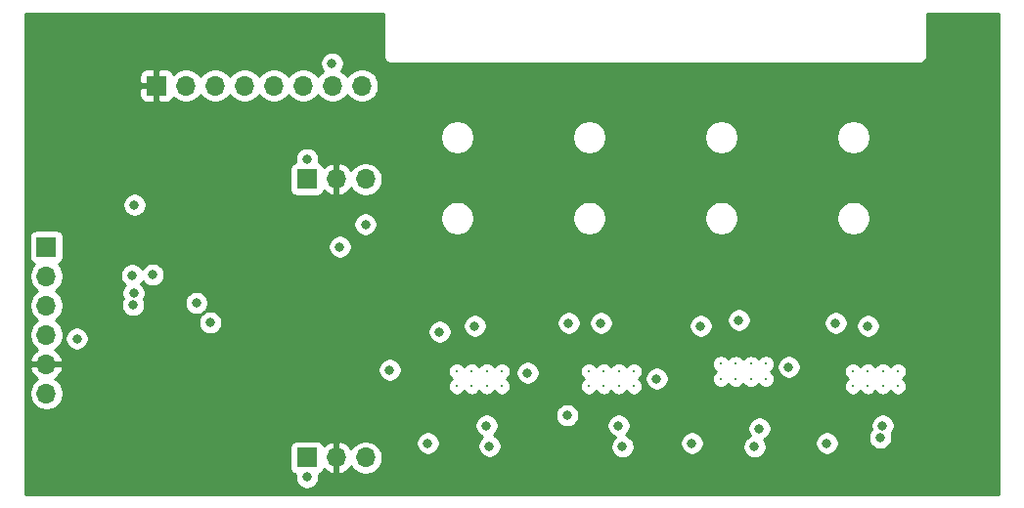
<source format=gbr>
%TF.GenerationSoftware,KiCad,Pcbnew,(5.1.6)-1*%
%TF.CreationDate,2020-09-27T21:03:48-07:00*%
%TF.ProjectId,piezodriver,7069657a-6f64-4726-9976-65722e6b6963,rev?*%
%TF.SameCoordinates,Original*%
%TF.FileFunction,Copper,L2,Inr*%
%TF.FilePolarity,Positive*%
%FSLAX46Y46*%
G04 Gerber Fmt 4.6, Leading zero omitted, Abs format (unit mm)*
G04 Created by KiCad (PCBNEW (5.1.6)-1) date 2020-09-27 21:03:48*
%MOMM*%
%LPD*%
G01*
G04 APERTURE LIST*
%TA.AperFunction,ViaPad*%
%ADD10O,1.700000X1.700000*%
%TD*%
%TA.AperFunction,ViaPad*%
%ADD11R,1.700000X1.700000*%
%TD*%
%TA.AperFunction,ViaPad*%
%ADD12C,0.300000*%
%TD*%
%TA.AperFunction,ViaPad*%
%ADD13C,0.800000*%
%TD*%
%TA.AperFunction,Conductor*%
%ADD14C,0.254000*%
%TD*%
G04 APERTURE END LIST*
D10*
%TO.N,VCC*%
%TO.C,J2*%
X173990000Y-81280000D03*
%TO.N,GND*%
X173990000Y-78740000D03*
%TO.N,Net-(J2-Pad4)*%
X173990000Y-76200000D03*
%TO.N,Net-(J2-Pad3)*%
X173990000Y-73660000D03*
%TO.N,Net-(J2-Pad2)*%
X173990000Y-71120000D03*
D11*
%TO.N,Net-(J2-Pad1)*%
X173990000Y-68580000D03*
%TD*%
D12*
%TO.N,N/C*%
%TO.C,U6*%
X247695000Y-79360000D03*
X247695000Y-80660000D03*
X246395000Y-79360000D03*
X246395000Y-80660000D03*
X245095000Y-79360000D03*
X245095000Y-80660000D03*
X243795000Y-79360000D03*
X243795000Y-80660000D03*
%TD*%
%TO.N,N/C*%
%TO.C,U5*%
X236265000Y-78725000D03*
X236265000Y-80025000D03*
X234965000Y-78725000D03*
X234965000Y-80025000D03*
X233665000Y-78725000D03*
X233665000Y-80025000D03*
X232365000Y-78725000D03*
X232365000Y-80025000D03*
%TD*%
%TO.N,N/C*%
%TO.C,U4*%
X224835000Y-79360000D03*
X224835000Y-80660000D03*
X223535000Y-79360000D03*
X223535000Y-80660000D03*
X222235000Y-79360000D03*
X222235000Y-80660000D03*
X220935000Y-79360000D03*
X220935000Y-80660000D03*
%TD*%
%TO.N,N/C*%
%TO.C,U3*%
X213405000Y-79360000D03*
X213405000Y-80660000D03*
X212105000Y-79360000D03*
X212105000Y-80660000D03*
X210805000Y-79360000D03*
X210805000Y-80660000D03*
X209505000Y-79360000D03*
X209505000Y-80660000D03*
%TD*%
D10*
%TO.N,/CH8*%
%TO.C,J4*%
X201295000Y-54610000D03*
%TO.N,/CH7*%
X198755000Y-54610000D03*
%TO.N,/CH6*%
X196215000Y-54610000D03*
%TO.N,/CH5*%
X193675000Y-54610000D03*
%TO.N,-VDC*%
X191135000Y-54610000D03*
%TO.N,+VDC*%
X188595000Y-54610000D03*
%TO.N,/opampdriver/BIAS*%
X186055000Y-54610000D03*
D11*
%TO.N,GND*%
X183515000Y-54610000D03*
%TD*%
D10*
%TO.N,-VDC*%
%TO.C,J3*%
X201617580Y-86847680D03*
%TO.N,GND*%
X199077580Y-86847680D03*
D11*
%TO.N,+VDC*%
X196537580Y-86847680D03*
%TD*%
D10*
%TO.N,-VDC*%
%TO.C,J1*%
X201617580Y-62717680D03*
%TO.N,GND*%
X199077580Y-62717680D03*
D11*
%TO.N,+VDC*%
X196537580Y-62717680D03*
%TD*%
D13*
%TO.N,VCC*%
X181610000Y-64947800D03*
X181406800Y-71043800D03*
%TO.N,Net-(C4-Pad2)*%
X207010000Y-85598000D03*
X208026000Y-75946000D03*
%TO.N,Net-(C5-Pad2)*%
X219202000Y-75184000D03*
X219075000Y-83185000D03*
%TO.N,Net-(C6-Pad2)*%
X229870000Y-85598000D03*
X230632000Y-75438000D03*
%TO.N,Net-(C7-Pad2)*%
X241554000Y-85598000D03*
X242316000Y-75184000D03*
%TO.N,-VDC*%
X201599800Y-66624200D03*
%TO.N,GND*%
X204724000Y-55372000D03*
X216408000Y-55626000D03*
X227076000Y-55372000D03*
X239014000Y-55372000D03*
X199085200Y-88696800D03*
X198794797Y-60920203D03*
X179070000Y-81280000D03*
X189230000Y-86360000D03*
X187325000Y-65405000D03*
X186695125Y-71314306D03*
X177800000Y-70612000D03*
%TO.N,+VDC*%
X203708000Y-79248000D03*
X215646000Y-79502000D03*
X211074000Y-75438000D03*
X221996000Y-75184000D03*
X226822000Y-80010000D03*
X233934000Y-74930000D03*
X238252000Y-78994000D03*
X245110000Y-75438000D03*
X196545200Y-60985400D03*
X196545200Y-88544400D03*
%TO.N,Net-(J2-Pad2)*%
X183184800Y-70993000D03*
%TO.N,/CH7*%
X176632291Y-76530891D03*
X198704200Y-52679600D03*
%TO.N,/opampdriver/SIG*%
X181533800Y-72593200D03*
X212344000Y-85852000D03*
%TO.N,/sheet5F77FFF0/SIG*%
X186969400Y-73443200D03*
X223850200Y-85898010D03*
%TO.N,/sheet5F78069E/SIG*%
X181508400Y-73609200D03*
X235280200Y-85898010D03*
%TO.N,/sheet5F780C4A/SIG*%
X188163200Y-75143201D03*
X246170642Y-85109242D03*
%TO.N,/opampdriver/BIAS*%
X235712000Y-84328000D03*
X246380000Y-84074000D03*
X223520000Y-84074000D03*
X212090000Y-84074000D03*
X199390000Y-68580000D03*
%TD*%
D14*
%TO.N,GND*%
G36*
X203175001Y-52037571D02*
G01*
X203171807Y-52070000D01*
X203184550Y-52199383D01*
X203222290Y-52323793D01*
X203283575Y-52438450D01*
X203366052Y-52538948D01*
X203466550Y-52621425D01*
X203581207Y-52682710D01*
X203705617Y-52720450D01*
X203802581Y-52730000D01*
X203835000Y-52733193D01*
X203867419Y-52730000D01*
X249522581Y-52730000D01*
X249555000Y-52733193D01*
X249587419Y-52730000D01*
X249684383Y-52720450D01*
X249808793Y-52682710D01*
X249923450Y-52621425D01*
X250023948Y-52538948D01*
X250106425Y-52438450D01*
X250167710Y-52323793D01*
X250205450Y-52199383D01*
X250218193Y-52070000D01*
X250215000Y-52037581D01*
X250215000Y-48387000D01*
X256413000Y-48387000D01*
X256413000Y-90043000D01*
X172212000Y-90043000D01*
X172212000Y-85997680D01*
X195049508Y-85997680D01*
X195049508Y-87697680D01*
X195061768Y-87822162D01*
X195098078Y-87941860D01*
X195157043Y-88052174D01*
X195236395Y-88148865D01*
X195333086Y-88228217D01*
X195443400Y-88287182D01*
X195535528Y-88315129D01*
X195510200Y-88442461D01*
X195510200Y-88646339D01*
X195549974Y-88846298D01*
X195627995Y-89034656D01*
X195741263Y-89204174D01*
X195885426Y-89348337D01*
X196054944Y-89461605D01*
X196243302Y-89539626D01*
X196443261Y-89579400D01*
X196647139Y-89579400D01*
X196847098Y-89539626D01*
X197035456Y-89461605D01*
X197204974Y-89348337D01*
X197349137Y-89204174D01*
X197462405Y-89034656D01*
X197540426Y-88846298D01*
X197580200Y-88646339D01*
X197580200Y-88442461D01*
X197554005Y-88310769D01*
X197631760Y-88287182D01*
X197742074Y-88228217D01*
X197838765Y-88148865D01*
X197918117Y-88052174D01*
X197977082Y-87941860D01*
X198001546Y-87861214D01*
X198077311Y-87945268D01*
X198310660Y-88119321D01*
X198573481Y-88244505D01*
X198720690Y-88289156D01*
X198950580Y-88167835D01*
X198950580Y-86974680D01*
X198930580Y-86974680D01*
X198930580Y-86720680D01*
X198950580Y-86720680D01*
X198950580Y-85527525D01*
X199204580Y-85527525D01*
X199204580Y-86720680D01*
X199224580Y-86720680D01*
X199224580Y-86974680D01*
X199204580Y-86974680D01*
X199204580Y-88167835D01*
X199434470Y-88289156D01*
X199581679Y-88244505D01*
X199844500Y-88119321D01*
X200077849Y-87945268D01*
X200272758Y-87729035D01*
X200342385Y-87612146D01*
X200464105Y-87794312D01*
X200670948Y-88001155D01*
X200914169Y-88163670D01*
X201184422Y-88275612D01*
X201471320Y-88332680D01*
X201763840Y-88332680D01*
X202050738Y-88275612D01*
X202320991Y-88163670D01*
X202564212Y-88001155D01*
X202771055Y-87794312D01*
X202933570Y-87551091D01*
X203045512Y-87280838D01*
X203102580Y-86993940D01*
X203102580Y-86701420D01*
X203045512Y-86414522D01*
X202933570Y-86144269D01*
X202771055Y-85901048D01*
X202564212Y-85694205D01*
X202320991Y-85531690D01*
X202234975Y-85496061D01*
X205975000Y-85496061D01*
X205975000Y-85699939D01*
X206014774Y-85899898D01*
X206092795Y-86088256D01*
X206206063Y-86257774D01*
X206350226Y-86401937D01*
X206519744Y-86515205D01*
X206708102Y-86593226D01*
X206908061Y-86633000D01*
X207111939Y-86633000D01*
X207311898Y-86593226D01*
X207500256Y-86515205D01*
X207669774Y-86401937D01*
X207813937Y-86257774D01*
X207927205Y-86088256D01*
X208005226Y-85899898D01*
X208045000Y-85699939D01*
X208045000Y-85496061D01*
X208005226Y-85296102D01*
X207927205Y-85107744D01*
X207813937Y-84938226D01*
X207669774Y-84794063D01*
X207500256Y-84680795D01*
X207311898Y-84602774D01*
X207111939Y-84563000D01*
X206908061Y-84563000D01*
X206708102Y-84602774D01*
X206519744Y-84680795D01*
X206350226Y-84794063D01*
X206206063Y-84938226D01*
X206092795Y-85107744D01*
X206014774Y-85296102D01*
X205975000Y-85496061D01*
X202234975Y-85496061D01*
X202050738Y-85419748D01*
X201763840Y-85362680D01*
X201471320Y-85362680D01*
X201184422Y-85419748D01*
X200914169Y-85531690D01*
X200670948Y-85694205D01*
X200464105Y-85901048D01*
X200342385Y-86083214D01*
X200272758Y-85966325D01*
X200077849Y-85750092D01*
X199844500Y-85576039D01*
X199581679Y-85450855D01*
X199434470Y-85406204D01*
X199204580Y-85527525D01*
X198950580Y-85527525D01*
X198720690Y-85406204D01*
X198573481Y-85450855D01*
X198310660Y-85576039D01*
X198077311Y-85750092D01*
X198001546Y-85834146D01*
X197977082Y-85753500D01*
X197918117Y-85643186D01*
X197838765Y-85546495D01*
X197742074Y-85467143D01*
X197631760Y-85408178D01*
X197512062Y-85371868D01*
X197387580Y-85359608D01*
X195687580Y-85359608D01*
X195563098Y-85371868D01*
X195443400Y-85408178D01*
X195333086Y-85467143D01*
X195236395Y-85546495D01*
X195157043Y-85643186D01*
X195098078Y-85753500D01*
X195061768Y-85873198D01*
X195049508Y-85997680D01*
X172212000Y-85997680D01*
X172212000Y-83972061D01*
X211055000Y-83972061D01*
X211055000Y-84175939D01*
X211094774Y-84375898D01*
X211172795Y-84564256D01*
X211286063Y-84733774D01*
X211430226Y-84877937D01*
X211599744Y-84991205D01*
X211704426Y-85034566D01*
X211684226Y-85048063D01*
X211540063Y-85192226D01*
X211426795Y-85361744D01*
X211348774Y-85550102D01*
X211309000Y-85750061D01*
X211309000Y-85953939D01*
X211348774Y-86153898D01*
X211426795Y-86342256D01*
X211540063Y-86511774D01*
X211684226Y-86655937D01*
X211853744Y-86769205D01*
X212042102Y-86847226D01*
X212242061Y-86887000D01*
X212445939Y-86887000D01*
X212645898Y-86847226D01*
X212834256Y-86769205D01*
X213003774Y-86655937D01*
X213147937Y-86511774D01*
X213261205Y-86342256D01*
X213339226Y-86153898D01*
X213379000Y-85953939D01*
X213379000Y-85750061D01*
X213339226Y-85550102D01*
X213261205Y-85361744D01*
X213147937Y-85192226D01*
X213003774Y-85048063D01*
X212834256Y-84934795D01*
X212729574Y-84891434D01*
X212749774Y-84877937D01*
X212893937Y-84733774D01*
X213007205Y-84564256D01*
X213085226Y-84375898D01*
X213125000Y-84175939D01*
X213125000Y-83972061D01*
X213085226Y-83772102D01*
X213007205Y-83583744D01*
X212893937Y-83414226D01*
X212749774Y-83270063D01*
X212580256Y-83156795D01*
X212402248Y-83083061D01*
X218040000Y-83083061D01*
X218040000Y-83286939D01*
X218079774Y-83486898D01*
X218157795Y-83675256D01*
X218271063Y-83844774D01*
X218415226Y-83988937D01*
X218584744Y-84102205D01*
X218773102Y-84180226D01*
X218973061Y-84220000D01*
X219176939Y-84220000D01*
X219376898Y-84180226D01*
X219565256Y-84102205D01*
X219734774Y-83988937D01*
X219751650Y-83972061D01*
X222485000Y-83972061D01*
X222485000Y-84175939D01*
X222524774Y-84375898D01*
X222602795Y-84564256D01*
X222716063Y-84733774D01*
X222860226Y-84877937D01*
X223029744Y-84991205D01*
X223218102Y-85069226D01*
X223225431Y-85070684D01*
X223190426Y-85094073D01*
X223046263Y-85238236D01*
X222932995Y-85407754D01*
X222854974Y-85596112D01*
X222815200Y-85796071D01*
X222815200Y-85999949D01*
X222854974Y-86199908D01*
X222932995Y-86388266D01*
X223046263Y-86557784D01*
X223190426Y-86701947D01*
X223359944Y-86815215D01*
X223548302Y-86893236D01*
X223748261Y-86933010D01*
X223952139Y-86933010D01*
X224152098Y-86893236D01*
X224340456Y-86815215D01*
X224509974Y-86701947D01*
X224654137Y-86557784D01*
X224767405Y-86388266D01*
X224845426Y-86199908D01*
X224885200Y-85999949D01*
X224885200Y-85796071D01*
X224845426Y-85596112D01*
X224803984Y-85496061D01*
X228835000Y-85496061D01*
X228835000Y-85699939D01*
X228874774Y-85899898D01*
X228952795Y-86088256D01*
X229066063Y-86257774D01*
X229210226Y-86401937D01*
X229379744Y-86515205D01*
X229568102Y-86593226D01*
X229768061Y-86633000D01*
X229971939Y-86633000D01*
X230171898Y-86593226D01*
X230360256Y-86515205D01*
X230529774Y-86401937D01*
X230673937Y-86257774D01*
X230787205Y-86088256D01*
X230865226Y-85899898D01*
X230885878Y-85796071D01*
X234245200Y-85796071D01*
X234245200Y-85999949D01*
X234284974Y-86199908D01*
X234362995Y-86388266D01*
X234476263Y-86557784D01*
X234620426Y-86701947D01*
X234789944Y-86815215D01*
X234978302Y-86893236D01*
X235178261Y-86933010D01*
X235382139Y-86933010D01*
X235582098Y-86893236D01*
X235770456Y-86815215D01*
X235939974Y-86701947D01*
X236084137Y-86557784D01*
X236197405Y-86388266D01*
X236275426Y-86199908D01*
X236315200Y-85999949D01*
X236315200Y-85796071D01*
X236275426Y-85596112D01*
X236233984Y-85496061D01*
X240519000Y-85496061D01*
X240519000Y-85699939D01*
X240558774Y-85899898D01*
X240636795Y-86088256D01*
X240750063Y-86257774D01*
X240894226Y-86401937D01*
X241063744Y-86515205D01*
X241252102Y-86593226D01*
X241452061Y-86633000D01*
X241655939Y-86633000D01*
X241855898Y-86593226D01*
X242044256Y-86515205D01*
X242213774Y-86401937D01*
X242357937Y-86257774D01*
X242471205Y-86088256D01*
X242549226Y-85899898D01*
X242589000Y-85699939D01*
X242589000Y-85496061D01*
X242549226Y-85296102D01*
X242471205Y-85107744D01*
X242404093Y-85007303D01*
X245135642Y-85007303D01*
X245135642Y-85211181D01*
X245175416Y-85411140D01*
X245253437Y-85599498D01*
X245366705Y-85769016D01*
X245510868Y-85913179D01*
X245680386Y-86026447D01*
X245868744Y-86104468D01*
X246068703Y-86144242D01*
X246272581Y-86144242D01*
X246472540Y-86104468D01*
X246660898Y-86026447D01*
X246830416Y-85913179D01*
X246974579Y-85769016D01*
X247087847Y-85599498D01*
X247165868Y-85411140D01*
X247205642Y-85211181D01*
X247205642Y-85007303D01*
X247165868Y-84807344D01*
X247149612Y-84768099D01*
X247183937Y-84733774D01*
X247297205Y-84564256D01*
X247375226Y-84375898D01*
X247415000Y-84175939D01*
X247415000Y-83972061D01*
X247375226Y-83772102D01*
X247297205Y-83583744D01*
X247183937Y-83414226D01*
X247039774Y-83270063D01*
X246870256Y-83156795D01*
X246681898Y-83078774D01*
X246481939Y-83039000D01*
X246278061Y-83039000D01*
X246078102Y-83078774D01*
X245889744Y-83156795D01*
X245720226Y-83270063D01*
X245576063Y-83414226D01*
X245462795Y-83583744D01*
X245384774Y-83772102D01*
X245345000Y-83972061D01*
X245345000Y-84175939D01*
X245384774Y-84375898D01*
X245401030Y-84415143D01*
X245366705Y-84449468D01*
X245253437Y-84618986D01*
X245175416Y-84807344D01*
X245135642Y-85007303D01*
X242404093Y-85007303D01*
X242357937Y-84938226D01*
X242213774Y-84794063D01*
X242044256Y-84680795D01*
X241855898Y-84602774D01*
X241655939Y-84563000D01*
X241452061Y-84563000D01*
X241252102Y-84602774D01*
X241063744Y-84680795D01*
X240894226Y-84794063D01*
X240750063Y-84938226D01*
X240636795Y-85107744D01*
X240558774Y-85296102D01*
X240519000Y-85496061D01*
X236233984Y-85496061D01*
X236197405Y-85407754D01*
X236113389Y-85282015D01*
X236202256Y-85245205D01*
X236371774Y-85131937D01*
X236515937Y-84987774D01*
X236629205Y-84818256D01*
X236707226Y-84629898D01*
X236747000Y-84429939D01*
X236747000Y-84226061D01*
X236707226Y-84026102D01*
X236629205Y-83837744D01*
X236515937Y-83668226D01*
X236371774Y-83524063D01*
X236202256Y-83410795D01*
X236013898Y-83332774D01*
X235813939Y-83293000D01*
X235610061Y-83293000D01*
X235410102Y-83332774D01*
X235221744Y-83410795D01*
X235052226Y-83524063D01*
X234908063Y-83668226D01*
X234794795Y-83837744D01*
X234716774Y-84026102D01*
X234677000Y-84226061D01*
X234677000Y-84429939D01*
X234716774Y-84629898D01*
X234794795Y-84818256D01*
X234878811Y-84943995D01*
X234789944Y-84980805D01*
X234620426Y-85094073D01*
X234476263Y-85238236D01*
X234362995Y-85407754D01*
X234284974Y-85596112D01*
X234245200Y-85796071D01*
X230885878Y-85796071D01*
X230905000Y-85699939D01*
X230905000Y-85496061D01*
X230865226Y-85296102D01*
X230787205Y-85107744D01*
X230673937Y-84938226D01*
X230529774Y-84794063D01*
X230360256Y-84680795D01*
X230171898Y-84602774D01*
X229971939Y-84563000D01*
X229768061Y-84563000D01*
X229568102Y-84602774D01*
X229379744Y-84680795D01*
X229210226Y-84794063D01*
X229066063Y-84938226D01*
X228952795Y-85107744D01*
X228874774Y-85296102D01*
X228835000Y-85496061D01*
X224803984Y-85496061D01*
X224767405Y-85407754D01*
X224654137Y-85238236D01*
X224509974Y-85094073D01*
X224340456Y-84980805D01*
X224152098Y-84902784D01*
X224144769Y-84901326D01*
X224179774Y-84877937D01*
X224323937Y-84733774D01*
X224437205Y-84564256D01*
X224515226Y-84375898D01*
X224555000Y-84175939D01*
X224555000Y-83972061D01*
X224515226Y-83772102D01*
X224437205Y-83583744D01*
X224323937Y-83414226D01*
X224179774Y-83270063D01*
X224010256Y-83156795D01*
X223821898Y-83078774D01*
X223621939Y-83039000D01*
X223418061Y-83039000D01*
X223218102Y-83078774D01*
X223029744Y-83156795D01*
X222860226Y-83270063D01*
X222716063Y-83414226D01*
X222602795Y-83583744D01*
X222524774Y-83772102D01*
X222485000Y-83972061D01*
X219751650Y-83972061D01*
X219878937Y-83844774D01*
X219992205Y-83675256D01*
X220070226Y-83486898D01*
X220110000Y-83286939D01*
X220110000Y-83083061D01*
X220070226Y-82883102D01*
X219992205Y-82694744D01*
X219878937Y-82525226D01*
X219734774Y-82381063D01*
X219565256Y-82267795D01*
X219376898Y-82189774D01*
X219176939Y-82150000D01*
X218973061Y-82150000D01*
X218773102Y-82189774D01*
X218584744Y-82267795D01*
X218415226Y-82381063D01*
X218271063Y-82525226D01*
X218157795Y-82694744D01*
X218079774Y-82883102D01*
X218040000Y-83083061D01*
X212402248Y-83083061D01*
X212391898Y-83078774D01*
X212191939Y-83039000D01*
X211988061Y-83039000D01*
X211788102Y-83078774D01*
X211599744Y-83156795D01*
X211430226Y-83270063D01*
X211286063Y-83414226D01*
X211172795Y-83583744D01*
X211094774Y-83772102D01*
X211055000Y-83972061D01*
X172212000Y-83972061D01*
X172212000Y-81133740D01*
X172505000Y-81133740D01*
X172505000Y-81426260D01*
X172562068Y-81713158D01*
X172674010Y-81983411D01*
X172836525Y-82226632D01*
X173043368Y-82433475D01*
X173286589Y-82595990D01*
X173556842Y-82707932D01*
X173843740Y-82765000D01*
X174136260Y-82765000D01*
X174423158Y-82707932D01*
X174693411Y-82595990D01*
X174936632Y-82433475D01*
X175143475Y-82226632D01*
X175305990Y-81983411D01*
X175417932Y-81713158D01*
X175475000Y-81426260D01*
X175475000Y-81133740D01*
X175417932Y-80846842D01*
X175305990Y-80576589D01*
X175143475Y-80333368D01*
X174936632Y-80126525D01*
X174754466Y-80004805D01*
X174871355Y-79935178D01*
X175087588Y-79740269D01*
X175261641Y-79506920D01*
X175386825Y-79244099D01*
X175416561Y-79146061D01*
X202673000Y-79146061D01*
X202673000Y-79349939D01*
X202712774Y-79549898D01*
X202790795Y-79738256D01*
X202904063Y-79907774D01*
X203048226Y-80051937D01*
X203217744Y-80165205D01*
X203406102Y-80243226D01*
X203606061Y-80283000D01*
X203809939Y-80283000D01*
X204009898Y-80243226D01*
X204198256Y-80165205D01*
X204367774Y-80051937D01*
X204511937Y-79907774D01*
X204625205Y-79738256D01*
X204703226Y-79549898D01*
X204743000Y-79349939D01*
X204743000Y-79282684D01*
X208720000Y-79282684D01*
X208720000Y-79437316D01*
X208750167Y-79588976D01*
X208809342Y-79731837D01*
X208895251Y-79860408D01*
X209004592Y-79969749D01*
X209064831Y-80010000D01*
X209004592Y-80050251D01*
X208895251Y-80159592D01*
X208809342Y-80288163D01*
X208750167Y-80431024D01*
X208720000Y-80582684D01*
X208720000Y-80737316D01*
X208750167Y-80888976D01*
X208809342Y-81031837D01*
X208895251Y-81160408D01*
X209004592Y-81269749D01*
X209133163Y-81355658D01*
X209276024Y-81414833D01*
X209427684Y-81445000D01*
X209582316Y-81445000D01*
X209733976Y-81414833D01*
X209876837Y-81355658D01*
X210005408Y-81269749D01*
X210114749Y-81160408D01*
X210155000Y-81100169D01*
X210195251Y-81160408D01*
X210304592Y-81269749D01*
X210433163Y-81355658D01*
X210576024Y-81414833D01*
X210727684Y-81445000D01*
X210882316Y-81445000D01*
X211033976Y-81414833D01*
X211176837Y-81355658D01*
X211305408Y-81269749D01*
X211414749Y-81160408D01*
X211455000Y-81100169D01*
X211495251Y-81160408D01*
X211604592Y-81269749D01*
X211733163Y-81355658D01*
X211876024Y-81414833D01*
X212027684Y-81445000D01*
X212182316Y-81445000D01*
X212333976Y-81414833D01*
X212476837Y-81355658D01*
X212605408Y-81269749D01*
X212714749Y-81160408D01*
X212755000Y-81100169D01*
X212795251Y-81160408D01*
X212904592Y-81269749D01*
X213033163Y-81355658D01*
X213176024Y-81414833D01*
X213327684Y-81445000D01*
X213482316Y-81445000D01*
X213633976Y-81414833D01*
X213776837Y-81355658D01*
X213905408Y-81269749D01*
X214014749Y-81160408D01*
X214100658Y-81031837D01*
X214159833Y-80888976D01*
X214190000Y-80737316D01*
X214190000Y-80582684D01*
X214159833Y-80431024D01*
X214100658Y-80288163D01*
X214014749Y-80159592D01*
X213905408Y-80050251D01*
X213845169Y-80010000D01*
X213905408Y-79969749D01*
X214014749Y-79860408D01*
X214100658Y-79731837D01*
X214159833Y-79588976D01*
X214190000Y-79437316D01*
X214190000Y-79400061D01*
X214611000Y-79400061D01*
X214611000Y-79603939D01*
X214650774Y-79803898D01*
X214728795Y-79992256D01*
X214842063Y-80161774D01*
X214986226Y-80305937D01*
X215155744Y-80419205D01*
X215344102Y-80497226D01*
X215544061Y-80537000D01*
X215747939Y-80537000D01*
X215947898Y-80497226D01*
X216136256Y-80419205D01*
X216305774Y-80305937D01*
X216449937Y-80161774D01*
X216563205Y-79992256D01*
X216641226Y-79803898D01*
X216681000Y-79603939D01*
X216681000Y-79400061D01*
X216657653Y-79282684D01*
X220150000Y-79282684D01*
X220150000Y-79437316D01*
X220180167Y-79588976D01*
X220239342Y-79731837D01*
X220325251Y-79860408D01*
X220434592Y-79969749D01*
X220494831Y-80010000D01*
X220434592Y-80050251D01*
X220325251Y-80159592D01*
X220239342Y-80288163D01*
X220180167Y-80431024D01*
X220150000Y-80582684D01*
X220150000Y-80737316D01*
X220180167Y-80888976D01*
X220239342Y-81031837D01*
X220325251Y-81160408D01*
X220434592Y-81269749D01*
X220563163Y-81355658D01*
X220706024Y-81414833D01*
X220857684Y-81445000D01*
X221012316Y-81445000D01*
X221163976Y-81414833D01*
X221306837Y-81355658D01*
X221435408Y-81269749D01*
X221544749Y-81160408D01*
X221585000Y-81100169D01*
X221625251Y-81160408D01*
X221734592Y-81269749D01*
X221863163Y-81355658D01*
X222006024Y-81414833D01*
X222157684Y-81445000D01*
X222312316Y-81445000D01*
X222463976Y-81414833D01*
X222606837Y-81355658D01*
X222735408Y-81269749D01*
X222844749Y-81160408D01*
X222885000Y-81100169D01*
X222925251Y-81160408D01*
X223034592Y-81269749D01*
X223163163Y-81355658D01*
X223306024Y-81414833D01*
X223457684Y-81445000D01*
X223612316Y-81445000D01*
X223763976Y-81414833D01*
X223906837Y-81355658D01*
X224035408Y-81269749D01*
X224144749Y-81160408D01*
X224185000Y-81100169D01*
X224225251Y-81160408D01*
X224334592Y-81269749D01*
X224463163Y-81355658D01*
X224606024Y-81414833D01*
X224757684Y-81445000D01*
X224912316Y-81445000D01*
X225063976Y-81414833D01*
X225206837Y-81355658D01*
X225335408Y-81269749D01*
X225444749Y-81160408D01*
X225530658Y-81031837D01*
X225589833Y-80888976D01*
X225620000Y-80737316D01*
X225620000Y-80582684D01*
X225589833Y-80431024D01*
X225530658Y-80288163D01*
X225444749Y-80159592D01*
X225335408Y-80050251D01*
X225275169Y-80010000D01*
X225335408Y-79969749D01*
X225397096Y-79908061D01*
X225787000Y-79908061D01*
X225787000Y-80111939D01*
X225826774Y-80311898D01*
X225904795Y-80500256D01*
X226018063Y-80669774D01*
X226162226Y-80813937D01*
X226331744Y-80927205D01*
X226520102Y-81005226D01*
X226720061Y-81045000D01*
X226923939Y-81045000D01*
X227123898Y-81005226D01*
X227312256Y-80927205D01*
X227481774Y-80813937D01*
X227625937Y-80669774D01*
X227739205Y-80500256D01*
X227817226Y-80311898D01*
X227857000Y-80111939D01*
X227857000Y-79908061D01*
X227817226Y-79708102D01*
X227739205Y-79519744D01*
X227625937Y-79350226D01*
X227481774Y-79206063D01*
X227312256Y-79092795D01*
X227123898Y-79014774D01*
X226923939Y-78975000D01*
X226720061Y-78975000D01*
X226520102Y-79014774D01*
X226331744Y-79092795D01*
X226162226Y-79206063D01*
X226018063Y-79350226D01*
X225904795Y-79519744D01*
X225826774Y-79708102D01*
X225787000Y-79908061D01*
X225397096Y-79908061D01*
X225444749Y-79860408D01*
X225530658Y-79731837D01*
X225589833Y-79588976D01*
X225620000Y-79437316D01*
X225620000Y-79282684D01*
X225589833Y-79131024D01*
X225530658Y-78988163D01*
X225444749Y-78859592D01*
X225335408Y-78750251D01*
X225206837Y-78664342D01*
X225166622Y-78647684D01*
X231580000Y-78647684D01*
X231580000Y-78802316D01*
X231610167Y-78953976D01*
X231669342Y-79096837D01*
X231755251Y-79225408D01*
X231864592Y-79334749D01*
X231924831Y-79375000D01*
X231864592Y-79415251D01*
X231755251Y-79524592D01*
X231669342Y-79653163D01*
X231610167Y-79796024D01*
X231580000Y-79947684D01*
X231580000Y-80102316D01*
X231610167Y-80253976D01*
X231669342Y-80396837D01*
X231755251Y-80525408D01*
X231864592Y-80634749D01*
X231993163Y-80720658D01*
X232136024Y-80779833D01*
X232287684Y-80810000D01*
X232442316Y-80810000D01*
X232593976Y-80779833D01*
X232736837Y-80720658D01*
X232865408Y-80634749D01*
X232974749Y-80525408D01*
X233015000Y-80465169D01*
X233055251Y-80525408D01*
X233164592Y-80634749D01*
X233293163Y-80720658D01*
X233436024Y-80779833D01*
X233587684Y-80810000D01*
X233742316Y-80810000D01*
X233893976Y-80779833D01*
X234036837Y-80720658D01*
X234165408Y-80634749D01*
X234274749Y-80525408D01*
X234315000Y-80465169D01*
X234355251Y-80525408D01*
X234464592Y-80634749D01*
X234593163Y-80720658D01*
X234736024Y-80779833D01*
X234887684Y-80810000D01*
X235042316Y-80810000D01*
X235193976Y-80779833D01*
X235336837Y-80720658D01*
X235465408Y-80634749D01*
X235574749Y-80525408D01*
X235615000Y-80465169D01*
X235655251Y-80525408D01*
X235764592Y-80634749D01*
X235893163Y-80720658D01*
X236036024Y-80779833D01*
X236187684Y-80810000D01*
X236342316Y-80810000D01*
X236493976Y-80779833D01*
X236636837Y-80720658D01*
X236765408Y-80634749D01*
X236874749Y-80525408D01*
X236960658Y-80396837D01*
X237019833Y-80253976D01*
X237050000Y-80102316D01*
X237050000Y-79947684D01*
X237019833Y-79796024D01*
X236960658Y-79653163D01*
X236874749Y-79524592D01*
X236765408Y-79415251D01*
X236705169Y-79375000D01*
X236765408Y-79334749D01*
X236874749Y-79225408D01*
X236960658Y-79096837D01*
X237019833Y-78953976D01*
X237032148Y-78892061D01*
X237217000Y-78892061D01*
X237217000Y-79095939D01*
X237256774Y-79295898D01*
X237334795Y-79484256D01*
X237448063Y-79653774D01*
X237592226Y-79797937D01*
X237761744Y-79911205D01*
X237950102Y-79989226D01*
X238150061Y-80029000D01*
X238353939Y-80029000D01*
X238553898Y-79989226D01*
X238742256Y-79911205D01*
X238911774Y-79797937D01*
X239055937Y-79653774D01*
X239169205Y-79484256D01*
X239247226Y-79295898D01*
X239249854Y-79282684D01*
X243010000Y-79282684D01*
X243010000Y-79437316D01*
X243040167Y-79588976D01*
X243099342Y-79731837D01*
X243185251Y-79860408D01*
X243294592Y-79969749D01*
X243354831Y-80010000D01*
X243294592Y-80050251D01*
X243185251Y-80159592D01*
X243099342Y-80288163D01*
X243040167Y-80431024D01*
X243010000Y-80582684D01*
X243010000Y-80737316D01*
X243040167Y-80888976D01*
X243099342Y-81031837D01*
X243185251Y-81160408D01*
X243294592Y-81269749D01*
X243423163Y-81355658D01*
X243566024Y-81414833D01*
X243717684Y-81445000D01*
X243872316Y-81445000D01*
X244023976Y-81414833D01*
X244166837Y-81355658D01*
X244295408Y-81269749D01*
X244404749Y-81160408D01*
X244445000Y-81100169D01*
X244485251Y-81160408D01*
X244594592Y-81269749D01*
X244723163Y-81355658D01*
X244866024Y-81414833D01*
X245017684Y-81445000D01*
X245172316Y-81445000D01*
X245323976Y-81414833D01*
X245466837Y-81355658D01*
X245595408Y-81269749D01*
X245704749Y-81160408D01*
X245745000Y-81100169D01*
X245785251Y-81160408D01*
X245894592Y-81269749D01*
X246023163Y-81355658D01*
X246166024Y-81414833D01*
X246317684Y-81445000D01*
X246472316Y-81445000D01*
X246623976Y-81414833D01*
X246766837Y-81355658D01*
X246895408Y-81269749D01*
X247004749Y-81160408D01*
X247045000Y-81100169D01*
X247085251Y-81160408D01*
X247194592Y-81269749D01*
X247323163Y-81355658D01*
X247466024Y-81414833D01*
X247617684Y-81445000D01*
X247772316Y-81445000D01*
X247923976Y-81414833D01*
X248066837Y-81355658D01*
X248195408Y-81269749D01*
X248304749Y-81160408D01*
X248390658Y-81031837D01*
X248449833Y-80888976D01*
X248480000Y-80737316D01*
X248480000Y-80582684D01*
X248449833Y-80431024D01*
X248390658Y-80288163D01*
X248304749Y-80159592D01*
X248195408Y-80050251D01*
X248135169Y-80010000D01*
X248195408Y-79969749D01*
X248304749Y-79860408D01*
X248390658Y-79731837D01*
X248449833Y-79588976D01*
X248480000Y-79437316D01*
X248480000Y-79282684D01*
X248449833Y-79131024D01*
X248390658Y-78988163D01*
X248304749Y-78859592D01*
X248195408Y-78750251D01*
X248066837Y-78664342D01*
X247923976Y-78605167D01*
X247772316Y-78575000D01*
X247617684Y-78575000D01*
X247466024Y-78605167D01*
X247323163Y-78664342D01*
X247194592Y-78750251D01*
X247085251Y-78859592D01*
X247045000Y-78919831D01*
X247004749Y-78859592D01*
X246895408Y-78750251D01*
X246766837Y-78664342D01*
X246623976Y-78605167D01*
X246472316Y-78575000D01*
X246317684Y-78575000D01*
X246166024Y-78605167D01*
X246023163Y-78664342D01*
X245894592Y-78750251D01*
X245785251Y-78859592D01*
X245745000Y-78919831D01*
X245704749Y-78859592D01*
X245595408Y-78750251D01*
X245466837Y-78664342D01*
X245323976Y-78605167D01*
X245172316Y-78575000D01*
X245017684Y-78575000D01*
X244866024Y-78605167D01*
X244723163Y-78664342D01*
X244594592Y-78750251D01*
X244485251Y-78859592D01*
X244445000Y-78919831D01*
X244404749Y-78859592D01*
X244295408Y-78750251D01*
X244166837Y-78664342D01*
X244023976Y-78605167D01*
X243872316Y-78575000D01*
X243717684Y-78575000D01*
X243566024Y-78605167D01*
X243423163Y-78664342D01*
X243294592Y-78750251D01*
X243185251Y-78859592D01*
X243099342Y-78988163D01*
X243040167Y-79131024D01*
X243010000Y-79282684D01*
X239249854Y-79282684D01*
X239287000Y-79095939D01*
X239287000Y-78892061D01*
X239247226Y-78692102D01*
X239169205Y-78503744D01*
X239055937Y-78334226D01*
X238911774Y-78190063D01*
X238742256Y-78076795D01*
X238553898Y-77998774D01*
X238353939Y-77959000D01*
X238150061Y-77959000D01*
X237950102Y-77998774D01*
X237761744Y-78076795D01*
X237592226Y-78190063D01*
X237448063Y-78334226D01*
X237334795Y-78503744D01*
X237256774Y-78692102D01*
X237217000Y-78892061D01*
X237032148Y-78892061D01*
X237050000Y-78802316D01*
X237050000Y-78647684D01*
X237019833Y-78496024D01*
X236960658Y-78353163D01*
X236874749Y-78224592D01*
X236765408Y-78115251D01*
X236636837Y-78029342D01*
X236493976Y-77970167D01*
X236342316Y-77940000D01*
X236187684Y-77940000D01*
X236036024Y-77970167D01*
X235893163Y-78029342D01*
X235764592Y-78115251D01*
X235655251Y-78224592D01*
X235615000Y-78284831D01*
X235574749Y-78224592D01*
X235465408Y-78115251D01*
X235336837Y-78029342D01*
X235193976Y-77970167D01*
X235042316Y-77940000D01*
X234887684Y-77940000D01*
X234736024Y-77970167D01*
X234593163Y-78029342D01*
X234464592Y-78115251D01*
X234355251Y-78224592D01*
X234315000Y-78284831D01*
X234274749Y-78224592D01*
X234165408Y-78115251D01*
X234036837Y-78029342D01*
X233893976Y-77970167D01*
X233742316Y-77940000D01*
X233587684Y-77940000D01*
X233436024Y-77970167D01*
X233293163Y-78029342D01*
X233164592Y-78115251D01*
X233055251Y-78224592D01*
X233015000Y-78284831D01*
X232974749Y-78224592D01*
X232865408Y-78115251D01*
X232736837Y-78029342D01*
X232593976Y-77970167D01*
X232442316Y-77940000D01*
X232287684Y-77940000D01*
X232136024Y-77970167D01*
X231993163Y-78029342D01*
X231864592Y-78115251D01*
X231755251Y-78224592D01*
X231669342Y-78353163D01*
X231610167Y-78496024D01*
X231580000Y-78647684D01*
X225166622Y-78647684D01*
X225063976Y-78605167D01*
X224912316Y-78575000D01*
X224757684Y-78575000D01*
X224606024Y-78605167D01*
X224463163Y-78664342D01*
X224334592Y-78750251D01*
X224225251Y-78859592D01*
X224185000Y-78919831D01*
X224144749Y-78859592D01*
X224035408Y-78750251D01*
X223906837Y-78664342D01*
X223763976Y-78605167D01*
X223612316Y-78575000D01*
X223457684Y-78575000D01*
X223306024Y-78605167D01*
X223163163Y-78664342D01*
X223034592Y-78750251D01*
X222925251Y-78859592D01*
X222885000Y-78919831D01*
X222844749Y-78859592D01*
X222735408Y-78750251D01*
X222606837Y-78664342D01*
X222463976Y-78605167D01*
X222312316Y-78575000D01*
X222157684Y-78575000D01*
X222006024Y-78605167D01*
X221863163Y-78664342D01*
X221734592Y-78750251D01*
X221625251Y-78859592D01*
X221585000Y-78919831D01*
X221544749Y-78859592D01*
X221435408Y-78750251D01*
X221306837Y-78664342D01*
X221163976Y-78605167D01*
X221012316Y-78575000D01*
X220857684Y-78575000D01*
X220706024Y-78605167D01*
X220563163Y-78664342D01*
X220434592Y-78750251D01*
X220325251Y-78859592D01*
X220239342Y-78988163D01*
X220180167Y-79131024D01*
X220150000Y-79282684D01*
X216657653Y-79282684D01*
X216641226Y-79200102D01*
X216563205Y-79011744D01*
X216449937Y-78842226D01*
X216305774Y-78698063D01*
X216136256Y-78584795D01*
X215947898Y-78506774D01*
X215747939Y-78467000D01*
X215544061Y-78467000D01*
X215344102Y-78506774D01*
X215155744Y-78584795D01*
X214986226Y-78698063D01*
X214842063Y-78842226D01*
X214728795Y-79011744D01*
X214650774Y-79200102D01*
X214611000Y-79400061D01*
X214190000Y-79400061D01*
X214190000Y-79282684D01*
X214159833Y-79131024D01*
X214100658Y-78988163D01*
X214014749Y-78859592D01*
X213905408Y-78750251D01*
X213776837Y-78664342D01*
X213633976Y-78605167D01*
X213482316Y-78575000D01*
X213327684Y-78575000D01*
X213176024Y-78605167D01*
X213033163Y-78664342D01*
X212904592Y-78750251D01*
X212795251Y-78859592D01*
X212755000Y-78919831D01*
X212714749Y-78859592D01*
X212605408Y-78750251D01*
X212476837Y-78664342D01*
X212333976Y-78605167D01*
X212182316Y-78575000D01*
X212027684Y-78575000D01*
X211876024Y-78605167D01*
X211733163Y-78664342D01*
X211604592Y-78750251D01*
X211495251Y-78859592D01*
X211455000Y-78919831D01*
X211414749Y-78859592D01*
X211305408Y-78750251D01*
X211176837Y-78664342D01*
X211033976Y-78605167D01*
X210882316Y-78575000D01*
X210727684Y-78575000D01*
X210576024Y-78605167D01*
X210433163Y-78664342D01*
X210304592Y-78750251D01*
X210195251Y-78859592D01*
X210155000Y-78919831D01*
X210114749Y-78859592D01*
X210005408Y-78750251D01*
X209876837Y-78664342D01*
X209733976Y-78605167D01*
X209582316Y-78575000D01*
X209427684Y-78575000D01*
X209276024Y-78605167D01*
X209133163Y-78664342D01*
X209004592Y-78750251D01*
X208895251Y-78859592D01*
X208809342Y-78988163D01*
X208750167Y-79131024D01*
X208720000Y-79282684D01*
X204743000Y-79282684D01*
X204743000Y-79146061D01*
X204703226Y-78946102D01*
X204625205Y-78757744D01*
X204511937Y-78588226D01*
X204367774Y-78444063D01*
X204198256Y-78330795D01*
X204009898Y-78252774D01*
X203809939Y-78213000D01*
X203606061Y-78213000D01*
X203406102Y-78252774D01*
X203217744Y-78330795D01*
X203048226Y-78444063D01*
X202904063Y-78588226D01*
X202790795Y-78757744D01*
X202712774Y-78946102D01*
X202673000Y-79146061D01*
X175416561Y-79146061D01*
X175431476Y-79096890D01*
X175310155Y-78867000D01*
X174117000Y-78867000D01*
X174117000Y-78887000D01*
X173863000Y-78887000D01*
X173863000Y-78867000D01*
X172669845Y-78867000D01*
X172548524Y-79096890D01*
X172593175Y-79244099D01*
X172718359Y-79506920D01*
X172892412Y-79740269D01*
X173108645Y-79935178D01*
X173225534Y-80004805D01*
X173043368Y-80126525D01*
X172836525Y-80333368D01*
X172674010Y-80576589D01*
X172562068Y-80846842D01*
X172505000Y-81133740D01*
X172212000Y-81133740D01*
X172212000Y-67730000D01*
X172501928Y-67730000D01*
X172501928Y-69430000D01*
X172514188Y-69554482D01*
X172550498Y-69674180D01*
X172609463Y-69784494D01*
X172688815Y-69881185D01*
X172785506Y-69960537D01*
X172895820Y-70019502D01*
X172968380Y-70041513D01*
X172836525Y-70173368D01*
X172674010Y-70416589D01*
X172562068Y-70686842D01*
X172505000Y-70973740D01*
X172505000Y-71266260D01*
X172562068Y-71553158D01*
X172674010Y-71823411D01*
X172836525Y-72066632D01*
X173043368Y-72273475D01*
X173217760Y-72390000D01*
X173043368Y-72506525D01*
X172836525Y-72713368D01*
X172674010Y-72956589D01*
X172562068Y-73226842D01*
X172505000Y-73513740D01*
X172505000Y-73806260D01*
X172562068Y-74093158D01*
X172674010Y-74363411D01*
X172836525Y-74606632D01*
X173043368Y-74813475D01*
X173217760Y-74930000D01*
X173043368Y-75046525D01*
X172836525Y-75253368D01*
X172674010Y-75496589D01*
X172562068Y-75766842D01*
X172505000Y-76053740D01*
X172505000Y-76346260D01*
X172562068Y-76633158D01*
X172674010Y-76903411D01*
X172836525Y-77146632D01*
X173043368Y-77353475D01*
X173225534Y-77475195D01*
X173108645Y-77544822D01*
X172892412Y-77739731D01*
X172718359Y-77973080D01*
X172593175Y-78235901D01*
X172548524Y-78383110D01*
X172669845Y-78613000D01*
X173863000Y-78613000D01*
X173863000Y-78593000D01*
X174117000Y-78593000D01*
X174117000Y-78613000D01*
X175310155Y-78613000D01*
X175431476Y-78383110D01*
X175386825Y-78235901D01*
X175261641Y-77973080D01*
X175087588Y-77739731D01*
X174871355Y-77544822D01*
X174754466Y-77475195D01*
X174936632Y-77353475D01*
X175143475Y-77146632D01*
X175305990Y-76903411D01*
X175417932Y-76633158D01*
X175458551Y-76428952D01*
X175597291Y-76428952D01*
X175597291Y-76632830D01*
X175637065Y-76832789D01*
X175715086Y-77021147D01*
X175828354Y-77190665D01*
X175972517Y-77334828D01*
X176142035Y-77448096D01*
X176330393Y-77526117D01*
X176530352Y-77565891D01*
X176734230Y-77565891D01*
X176934189Y-77526117D01*
X177122547Y-77448096D01*
X177292065Y-77334828D01*
X177436228Y-77190665D01*
X177549496Y-77021147D01*
X177627517Y-76832789D01*
X177667291Y-76632830D01*
X177667291Y-76428952D01*
X177627517Y-76228993D01*
X177549496Y-76040635D01*
X177436228Y-75871117D01*
X177292065Y-75726954D01*
X177122547Y-75613686D01*
X176934189Y-75535665D01*
X176734230Y-75495891D01*
X176530352Y-75495891D01*
X176330393Y-75535665D01*
X176142035Y-75613686D01*
X175972517Y-75726954D01*
X175828354Y-75871117D01*
X175715086Y-76040635D01*
X175637065Y-76228993D01*
X175597291Y-76428952D01*
X175458551Y-76428952D01*
X175475000Y-76346260D01*
X175475000Y-76053740D01*
X175417932Y-75766842D01*
X175305990Y-75496589D01*
X175143475Y-75253368D01*
X174936632Y-75046525D01*
X174928756Y-75041262D01*
X187128200Y-75041262D01*
X187128200Y-75245140D01*
X187167974Y-75445099D01*
X187245995Y-75633457D01*
X187359263Y-75802975D01*
X187503426Y-75947138D01*
X187672944Y-76060406D01*
X187861302Y-76138427D01*
X188061261Y-76178201D01*
X188265139Y-76178201D01*
X188465098Y-76138427D01*
X188653456Y-76060406D01*
X188822974Y-75947138D01*
X188926051Y-75844061D01*
X206991000Y-75844061D01*
X206991000Y-76047939D01*
X207030774Y-76247898D01*
X207108795Y-76436256D01*
X207222063Y-76605774D01*
X207366226Y-76749937D01*
X207535744Y-76863205D01*
X207724102Y-76941226D01*
X207924061Y-76981000D01*
X208127939Y-76981000D01*
X208327898Y-76941226D01*
X208516256Y-76863205D01*
X208685774Y-76749937D01*
X208829937Y-76605774D01*
X208943205Y-76436256D01*
X209021226Y-76247898D01*
X209061000Y-76047939D01*
X209061000Y-75844061D01*
X209021226Y-75644102D01*
X208943205Y-75455744D01*
X208863236Y-75336061D01*
X210039000Y-75336061D01*
X210039000Y-75539939D01*
X210078774Y-75739898D01*
X210156795Y-75928256D01*
X210270063Y-76097774D01*
X210414226Y-76241937D01*
X210583744Y-76355205D01*
X210772102Y-76433226D01*
X210972061Y-76473000D01*
X211175939Y-76473000D01*
X211375898Y-76433226D01*
X211564256Y-76355205D01*
X211733774Y-76241937D01*
X211877937Y-76097774D01*
X211991205Y-75928256D01*
X212069226Y-75739898D01*
X212109000Y-75539939D01*
X212109000Y-75336061D01*
X212069226Y-75136102D01*
X212046842Y-75082061D01*
X218167000Y-75082061D01*
X218167000Y-75285939D01*
X218206774Y-75485898D01*
X218284795Y-75674256D01*
X218398063Y-75843774D01*
X218542226Y-75987937D01*
X218711744Y-76101205D01*
X218900102Y-76179226D01*
X219100061Y-76219000D01*
X219303939Y-76219000D01*
X219503898Y-76179226D01*
X219692256Y-76101205D01*
X219861774Y-75987937D01*
X220005937Y-75843774D01*
X220119205Y-75674256D01*
X220197226Y-75485898D01*
X220237000Y-75285939D01*
X220237000Y-75082061D01*
X220961000Y-75082061D01*
X220961000Y-75285939D01*
X221000774Y-75485898D01*
X221078795Y-75674256D01*
X221192063Y-75843774D01*
X221336226Y-75987937D01*
X221505744Y-76101205D01*
X221694102Y-76179226D01*
X221894061Y-76219000D01*
X222097939Y-76219000D01*
X222297898Y-76179226D01*
X222486256Y-76101205D01*
X222655774Y-75987937D01*
X222799937Y-75843774D01*
X222913205Y-75674256D01*
X222991226Y-75485898D01*
X223021030Y-75336061D01*
X229597000Y-75336061D01*
X229597000Y-75539939D01*
X229636774Y-75739898D01*
X229714795Y-75928256D01*
X229828063Y-76097774D01*
X229972226Y-76241937D01*
X230141744Y-76355205D01*
X230330102Y-76433226D01*
X230530061Y-76473000D01*
X230733939Y-76473000D01*
X230933898Y-76433226D01*
X231122256Y-76355205D01*
X231291774Y-76241937D01*
X231435937Y-76097774D01*
X231549205Y-75928256D01*
X231627226Y-75739898D01*
X231667000Y-75539939D01*
X231667000Y-75336061D01*
X231627226Y-75136102D01*
X231549205Y-74947744D01*
X231469236Y-74828061D01*
X232899000Y-74828061D01*
X232899000Y-75031939D01*
X232938774Y-75231898D01*
X233016795Y-75420256D01*
X233130063Y-75589774D01*
X233274226Y-75733937D01*
X233443744Y-75847205D01*
X233632102Y-75925226D01*
X233832061Y-75965000D01*
X234035939Y-75965000D01*
X234235898Y-75925226D01*
X234424256Y-75847205D01*
X234593774Y-75733937D01*
X234737937Y-75589774D01*
X234851205Y-75420256D01*
X234929226Y-75231898D01*
X234959030Y-75082061D01*
X241281000Y-75082061D01*
X241281000Y-75285939D01*
X241320774Y-75485898D01*
X241398795Y-75674256D01*
X241512063Y-75843774D01*
X241656226Y-75987937D01*
X241825744Y-76101205D01*
X242014102Y-76179226D01*
X242214061Y-76219000D01*
X242417939Y-76219000D01*
X242617898Y-76179226D01*
X242806256Y-76101205D01*
X242975774Y-75987937D01*
X243119937Y-75843774D01*
X243233205Y-75674256D01*
X243311226Y-75485898D01*
X243341030Y-75336061D01*
X244075000Y-75336061D01*
X244075000Y-75539939D01*
X244114774Y-75739898D01*
X244192795Y-75928256D01*
X244306063Y-76097774D01*
X244450226Y-76241937D01*
X244619744Y-76355205D01*
X244808102Y-76433226D01*
X245008061Y-76473000D01*
X245211939Y-76473000D01*
X245411898Y-76433226D01*
X245600256Y-76355205D01*
X245769774Y-76241937D01*
X245913937Y-76097774D01*
X246027205Y-75928256D01*
X246105226Y-75739898D01*
X246145000Y-75539939D01*
X246145000Y-75336061D01*
X246105226Y-75136102D01*
X246027205Y-74947744D01*
X245913937Y-74778226D01*
X245769774Y-74634063D01*
X245600256Y-74520795D01*
X245411898Y-74442774D01*
X245211939Y-74403000D01*
X245008061Y-74403000D01*
X244808102Y-74442774D01*
X244619744Y-74520795D01*
X244450226Y-74634063D01*
X244306063Y-74778226D01*
X244192795Y-74947744D01*
X244114774Y-75136102D01*
X244075000Y-75336061D01*
X243341030Y-75336061D01*
X243351000Y-75285939D01*
X243351000Y-75082061D01*
X243311226Y-74882102D01*
X243233205Y-74693744D01*
X243119937Y-74524226D01*
X242975774Y-74380063D01*
X242806256Y-74266795D01*
X242617898Y-74188774D01*
X242417939Y-74149000D01*
X242214061Y-74149000D01*
X242014102Y-74188774D01*
X241825744Y-74266795D01*
X241656226Y-74380063D01*
X241512063Y-74524226D01*
X241398795Y-74693744D01*
X241320774Y-74882102D01*
X241281000Y-75082061D01*
X234959030Y-75082061D01*
X234969000Y-75031939D01*
X234969000Y-74828061D01*
X234929226Y-74628102D01*
X234851205Y-74439744D01*
X234737937Y-74270226D01*
X234593774Y-74126063D01*
X234424256Y-74012795D01*
X234235898Y-73934774D01*
X234035939Y-73895000D01*
X233832061Y-73895000D01*
X233632102Y-73934774D01*
X233443744Y-74012795D01*
X233274226Y-74126063D01*
X233130063Y-74270226D01*
X233016795Y-74439744D01*
X232938774Y-74628102D01*
X232899000Y-74828061D01*
X231469236Y-74828061D01*
X231435937Y-74778226D01*
X231291774Y-74634063D01*
X231122256Y-74520795D01*
X230933898Y-74442774D01*
X230733939Y-74403000D01*
X230530061Y-74403000D01*
X230330102Y-74442774D01*
X230141744Y-74520795D01*
X229972226Y-74634063D01*
X229828063Y-74778226D01*
X229714795Y-74947744D01*
X229636774Y-75136102D01*
X229597000Y-75336061D01*
X223021030Y-75336061D01*
X223031000Y-75285939D01*
X223031000Y-75082061D01*
X222991226Y-74882102D01*
X222913205Y-74693744D01*
X222799937Y-74524226D01*
X222655774Y-74380063D01*
X222486256Y-74266795D01*
X222297898Y-74188774D01*
X222097939Y-74149000D01*
X221894061Y-74149000D01*
X221694102Y-74188774D01*
X221505744Y-74266795D01*
X221336226Y-74380063D01*
X221192063Y-74524226D01*
X221078795Y-74693744D01*
X221000774Y-74882102D01*
X220961000Y-75082061D01*
X220237000Y-75082061D01*
X220197226Y-74882102D01*
X220119205Y-74693744D01*
X220005937Y-74524226D01*
X219861774Y-74380063D01*
X219692256Y-74266795D01*
X219503898Y-74188774D01*
X219303939Y-74149000D01*
X219100061Y-74149000D01*
X218900102Y-74188774D01*
X218711744Y-74266795D01*
X218542226Y-74380063D01*
X218398063Y-74524226D01*
X218284795Y-74693744D01*
X218206774Y-74882102D01*
X218167000Y-75082061D01*
X212046842Y-75082061D01*
X211991205Y-74947744D01*
X211877937Y-74778226D01*
X211733774Y-74634063D01*
X211564256Y-74520795D01*
X211375898Y-74442774D01*
X211175939Y-74403000D01*
X210972061Y-74403000D01*
X210772102Y-74442774D01*
X210583744Y-74520795D01*
X210414226Y-74634063D01*
X210270063Y-74778226D01*
X210156795Y-74947744D01*
X210078774Y-75136102D01*
X210039000Y-75336061D01*
X208863236Y-75336061D01*
X208829937Y-75286226D01*
X208685774Y-75142063D01*
X208516256Y-75028795D01*
X208327898Y-74950774D01*
X208127939Y-74911000D01*
X207924061Y-74911000D01*
X207724102Y-74950774D01*
X207535744Y-75028795D01*
X207366226Y-75142063D01*
X207222063Y-75286226D01*
X207108795Y-75455744D01*
X207030774Y-75644102D01*
X206991000Y-75844061D01*
X188926051Y-75844061D01*
X188967137Y-75802975D01*
X189080405Y-75633457D01*
X189158426Y-75445099D01*
X189198200Y-75245140D01*
X189198200Y-75041262D01*
X189158426Y-74841303D01*
X189080405Y-74652945D01*
X188967137Y-74483427D01*
X188822974Y-74339264D01*
X188653456Y-74225996D01*
X188465098Y-74147975D01*
X188265139Y-74108201D01*
X188061261Y-74108201D01*
X187861302Y-74147975D01*
X187672944Y-74225996D01*
X187503426Y-74339264D01*
X187359263Y-74483427D01*
X187245995Y-74652945D01*
X187167974Y-74841303D01*
X187128200Y-75041262D01*
X174928756Y-75041262D01*
X174762240Y-74930000D01*
X174936632Y-74813475D01*
X175143475Y-74606632D01*
X175305990Y-74363411D01*
X175417932Y-74093158D01*
X175475000Y-73806260D01*
X175475000Y-73513740D01*
X175417932Y-73226842D01*
X175305990Y-72956589D01*
X175143475Y-72713368D01*
X174936632Y-72506525D01*
X174762240Y-72390000D01*
X174936632Y-72273475D01*
X175143475Y-72066632D01*
X175305990Y-71823411D01*
X175417932Y-71553158D01*
X175475000Y-71266260D01*
X175475000Y-70973740D01*
X175468659Y-70941861D01*
X180371800Y-70941861D01*
X180371800Y-71145739D01*
X180411574Y-71345698D01*
X180489595Y-71534056D01*
X180602863Y-71703574D01*
X180747026Y-71847737D01*
X180788104Y-71875185D01*
X180729863Y-71933426D01*
X180616595Y-72102944D01*
X180538574Y-72291302D01*
X180498800Y-72491261D01*
X180498800Y-72695139D01*
X180538574Y-72895098D01*
X180615949Y-73081897D01*
X180591195Y-73118944D01*
X180513174Y-73307302D01*
X180473400Y-73507261D01*
X180473400Y-73711139D01*
X180513174Y-73911098D01*
X180591195Y-74099456D01*
X180704463Y-74268974D01*
X180848626Y-74413137D01*
X181018144Y-74526405D01*
X181206502Y-74604426D01*
X181406461Y-74644200D01*
X181610339Y-74644200D01*
X181810298Y-74604426D01*
X181998656Y-74526405D01*
X182168174Y-74413137D01*
X182312337Y-74268974D01*
X182425605Y-74099456D01*
X182503626Y-73911098D01*
X182543400Y-73711139D01*
X182543400Y-73507261D01*
X182510381Y-73341261D01*
X185934400Y-73341261D01*
X185934400Y-73545139D01*
X185974174Y-73745098D01*
X186052195Y-73933456D01*
X186165463Y-74102974D01*
X186309626Y-74247137D01*
X186479144Y-74360405D01*
X186667502Y-74438426D01*
X186867461Y-74478200D01*
X187071339Y-74478200D01*
X187271298Y-74438426D01*
X187459656Y-74360405D01*
X187629174Y-74247137D01*
X187773337Y-74102974D01*
X187886605Y-73933456D01*
X187964626Y-73745098D01*
X188004400Y-73545139D01*
X188004400Y-73341261D01*
X187964626Y-73141302D01*
X187886605Y-72952944D01*
X187773337Y-72783426D01*
X187629174Y-72639263D01*
X187459656Y-72525995D01*
X187271298Y-72447974D01*
X187071339Y-72408200D01*
X186867461Y-72408200D01*
X186667502Y-72447974D01*
X186479144Y-72525995D01*
X186309626Y-72639263D01*
X186165463Y-72783426D01*
X186052195Y-72952944D01*
X185974174Y-73141302D01*
X185934400Y-73341261D01*
X182510381Y-73341261D01*
X182503626Y-73307302D01*
X182426251Y-73120503D01*
X182451005Y-73083456D01*
X182529026Y-72895098D01*
X182568800Y-72695139D01*
X182568800Y-72491261D01*
X182529026Y-72291302D01*
X182451005Y-72102944D01*
X182337737Y-71933426D01*
X182193574Y-71789263D01*
X182152496Y-71761815D01*
X182210737Y-71703574D01*
X182312772Y-71550868D01*
X182380863Y-71652774D01*
X182525026Y-71796937D01*
X182694544Y-71910205D01*
X182882902Y-71988226D01*
X183082861Y-72028000D01*
X183286739Y-72028000D01*
X183486698Y-71988226D01*
X183675056Y-71910205D01*
X183844574Y-71796937D01*
X183988737Y-71652774D01*
X184102005Y-71483256D01*
X184180026Y-71294898D01*
X184219800Y-71094939D01*
X184219800Y-70891061D01*
X184180026Y-70691102D01*
X184102005Y-70502744D01*
X183988737Y-70333226D01*
X183844574Y-70189063D01*
X183675056Y-70075795D01*
X183486698Y-69997774D01*
X183286739Y-69958000D01*
X183082861Y-69958000D01*
X182882902Y-69997774D01*
X182694544Y-70075795D01*
X182525026Y-70189063D01*
X182380863Y-70333226D01*
X182278828Y-70485932D01*
X182210737Y-70384026D01*
X182066574Y-70239863D01*
X181897056Y-70126595D01*
X181708698Y-70048574D01*
X181508739Y-70008800D01*
X181304861Y-70008800D01*
X181104902Y-70048574D01*
X180916544Y-70126595D01*
X180747026Y-70239863D01*
X180602863Y-70384026D01*
X180489595Y-70553544D01*
X180411574Y-70741902D01*
X180371800Y-70941861D01*
X175468659Y-70941861D01*
X175417932Y-70686842D01*
X175305990Y-70416589D01*
X175143475Y-70173368D01*
X175011620Y-70041513D01*
X175084180Y-70019502D01*
X175194494Y-69960537D01*
X175291185Y-69881185D01*
X175370537Y-69784494D01*
X175429502Y-69674180D01*
X175465812Y-69554482D01*
X175478072Y-69430000D01*
X175478072Y-68478061D01*
X198355000Y-68478061D01*
X198355000Y-68681939D01*
X198394774Y-68881898D01*
X198472795Y-69070256D01*
X198586063Y-69239774D01*
X198730226Y-69383937D01*
X198899744Y-69497205D01*
X199088102Y-69575226D01*
X199288061Y-69615000D01*
X199491939Y-69615000D01*
X199691898Y-69575226D01*
X199880256Y-69497205D01*
X200049774Y-69383937D01*
X200193937Y-69239774D01*
X200307205Y-69070256D01*
X200385226Y-68881898D01*
X200425000Y-68681939D01*
X200425000Y-68478061D01*
X200385226Y-68278102D01*
X200307205Y-68089744D01*
X200193937Y-67920226D01*
X200049774Y-67776063D01*
X199880256Y-67662795D01*
X199691898Y-67584774D01*
X199491939Y-67545000D01*
X199288061Y-67545000D01*
X199088102Y-67584774D01*
X198899744Y-67662795D01*
X198730226Y-67776063D01*
X198586063Y-67920226D01*
X198472795Y-68089744D01*
X198394774Y-68278102D01*
X198355000Y-68478061D01*
X175478072Y-68478061D01*
X175478072Y-67730000D01*
X175465812Y-67605518D01*
X175429502Y-67485820D01*
X175370537Y-67375506D01*
X175291185Y-67278815D01*
X175194494Y-67199463D01*
X175084180Y-67140498D01*
X174964482Y-67104188D01*
X174840000Y-67091928D01*
X173140000Y-67091928D01*
X173015518Y-67104188D01*
X172895820Y-67140498D01*
X172785506Y-67199463D01*
X172688815Y-67278815D01*
X172609463Y-67375506D01*
X172550498Y-67485820D01*
X172514188Y-67605518D01*
X172501928Y-67730000D01*
X172212000Y-67730000D01*
X172212000Y-66522261D01*
X200564800Y-66522261D01*
X200564800Y-66726139D01*
X200604574Y-66926098D01*
X200682595Y-67114456D01*
X200795863Y-67283974D01*
X200940026Y-67428137D01*
X201109544Y-67541405D01*
X201297902Y-67619426D01*
X201497861Y-67659200D01*
X201701739Y-67659200D01*
X201901698Y-67619426D01*
X202090056Y-67541405D01*
X202259574Y-67428137D01*
X202403737Y-67283974D01*
X202517005Y-67114456D01*
X202595026Y-66926098D01*
X202634800Y-66726139D01*
X202634800Y-66522261D01*
X202595026Y-66322302D01*
X202517005Y-66133944D01*
X202403737Y-65964426D01*
X202388051Y-65948740D01*
X208065000Y-65948740D01*
X208065000Y-66241260D01*
X208122068Y-66528158D01*
X208234010Y-66798411D01*
X208396525Y-67041632D01*
X208603368Y-67248475D01*
X208846589Y-67410990D01*
X209116842Y-67522932D01*
X209403740Y-67580000D01*
X209696260Y-67580000D01*
X209983158Y-67522932D01*
X210253411Y-67410990D01*
X210496632Y-67248475D01*
X210703475Y-67041632D01*
X210865990Y-66798411D01*
X210977932Y-66528158D01*
X211035000Y-66241260D01*
X211035000Y-65948740D01*
X219495000Y-65948740D01*
X219495000Y-66241260D01*
X219552068Y-66528158D01*
X219664010Y-66798411D01*
X219826525Y-67041632D01*
X220033368Y-67248475D01*
X220276589Y-67410990D01*
X220546842Y-67522932D01*
X220833740Y-67580000D01*
X221126260Y-67580000D01*
X221413158Y-67522932D01*
X221683411Y-67410990D01*
X221926632Y-67248475D01*
X222133475Y-67041632D01*
X222295990Y-66798411D01*
X222407932Y-66528158D01*
X222465000Y-66241260D01*
X222465000Y-65948740D01*
X230925000Y-65948740D01*
X230925000Y-66241260D01*
X230982068Y-66528158D01*
X231094010Y-66798411D01*
X231256525Y-67041632D01*
X231463368Y-67248475D01*
X231706589Y-67410990D01*
X231976842Y-67522932D01*
X232263740Y-67580000D01*
X232556260Y-67580000D01*
X232843158Y-67522932D01*
X233113411Y-67410990D01*
X233356632Y-67248475D01*
X233563475Y-67041632D01*
X233725990Y-66798411D01*
X233837932Y-66528158D01*
X233895000Y-66241260D01*
X233895000Y-65948740D01*
X242355000Y-65948740D01*
X242355000Y-66241260D01*
X242412068Y-66528158D01*
X242524010Y-66798411D01*
X242686525Y-67041632D01*
X242893368Y-67248475D01*
X243136589Y-67410990D01*
X243406842Y-67522932D01*
X243693740Y-67580000D01*
X243986260Y-67580000D01*
X244273158Y-67522932D01*
X244543411Y-67410990D01*
X244786632Y-67248475D01*
X244993475Y-67041632D01*
X245155990Y-66798411D01*
X245267932Y-66528158D01*
X245325000Y-66241260D01*
X245325000Y-65948740D01*
X245267932Y-65661842D01*
X245155990Y-65391589D01*
X244993475Y-65148368D01*
X244786632Y-64941525D01*
X244543411Y-64779010D01*
X244273158Y-64667068D01*
X243986260Y-64610000D01*
X243693740Y-64610000D01*
X243406842Y-64667068D01*
X243136589Y-64779010D01*
X242893368Y-64941525D01*
X242686525Y-65148368D01*
X242524010Y-65391589D01*
X242412068Y-65661842D01*
X242355000Y-65948740D01*
X233895000Y-65948740D01*
X233837932Y-65661842D01*
X233725990Y-65391589D01*
X233563475Y-65148368D01*
X233356632Y-64941525D01*
X233113411Y-64779010D01*
X232843158Y-64667068D01*
X232556260Y-64610000D01*
X232263740Y-64610000D01*
X231976842Y-64667068D01*
X231706589Y-64779010D01*
X231463368Y-64941525D01*
X231256525Y-65148368D01*
X231094010Y-65391589D01*
X230982068Y-65661842D01*
X230925000Y-65948740D01*
X222465000Y-65948740D01*
X222407932Y-65661842D01*
X222295990Y-65391589D01*
X222133475Y-65148368D01*
X221926632Y-64941525D01*
X221683411Y-64779010D01*
X221413158Y-64667068D01*
X221126260Y-64610000D01*
X220833740Y-64610000D01*
X220546842Y-64667068D01*
X220276589Y-64779010D01*
X220033368Y-64941525D01*
X219826525Y-65148368D01*
X219664010Y-65391589D01*
X219552068Y-65661842D01*
X219495000Y-65948740D01*
X211035000Y-65948740D01*
X210977932Y-65661842D01*
X210865990Y-65391589D01*
X210703475Y-65148368D01*
X210496632Y-64941525D01*
X210253411Y-64779010D01*
X209983158Y-64667068D01*
X209696260Y-64610000D01*
X209403740Y-64610000D01*
X209116842Y-64667068D01*
X208846589Y-64779010D01*
X208603368Y-64941525D01*
X208396525Y-65148368D01*
X208234010Y-65391589D01*
X208122068Y-65661842D01*
X208065000Y-65948740D01*
X202388051Y-65948740D01*
X202259574Y-65820263D01*
X202090056Y-65706995D01*
X201901698Y-65628974D01*
X201701739Y-65589200D01*
X201497861Y-65589200D01*
X201297902Y-65628974D01*
X201109544Y-65706995D01*
X200940026Y-65820263D01*
X200795863Y-65964426D01*
X200682595Y-66133944D01*
X200604574Y-66322302D01*
X200564800Y-66522261D01*
X172212000Y-66522261D01*
X172212000Y-64845861D01*
X180575000Y-64845861D01*
X180575000Y-65049739D01*
X180614774Y-65249698D01*
X180692795Y-65438056D01*
X180806063Y-65607574D01*
X180950226Y-65751737D01*
X181119744Y-65865005D01*
X181308102Y-65943026D01*
X181508061Y-65982800D01*
X181711939Y-65982800D01*
X181911898Y-65943026D01*
X182100256Y-65865005D01*
X182269774Y-65751737D01*
X182413937Y-65607574D01*
X182527205Y-65438056D01*
X182605226Y-65249698D01*
X182645000Y-65049739D01*
X182645000Y-64845861D01*
X182605226Y-64645902D01*
X182527205Y-64457544D01*
X182413937Y-64288026D01*
X182269774Y-64143863D01*
X182100256Y-64030595D01*
X181911898Y-63952574D01*
X181711939Y-63912800D01*
X181508061Y-63912800D01*
X181308102Y-63952574D01*
X181119744Y-64030595D01*
X180950226Y-64143863D01*
X180806063Y-64288026D01*
X180692795Y-64457544D01*
X180614774Y-64645902D01*
X180575000Y-64845861D01*
X172212000Y-64845861D01*
X172212000Y-61867680D01*
X195049508Y-61867680D01*
X195049508Y-63567680D01*
X195061768Y-63692162D01*
X195098078Y-63811860D01*
X195157043Y-63922174D01*
X195236395Y-64018865D01*
X195333086Y-64098217D01*
X195443400Y-64157182D01*
X195563098Y-64193492D01*
X195687580Y-64205752D01*
X197387580Y-64205752D01*
X197512062Y-64193492D01*
X197631760Y-64157182D01*
X197742074Y-64098217D01*
X197838765Y-64018865D01*
X197918117Y-63922174D01*
X197977082Y-63811860D01*
X198001546Y-63731214D01*
X198077311Y-63815268D01*
X198310660Y-63989321D01*
X198573481Y-64114505D01*
X198720690Y-64159156D01*
X198950580Y-64037835D01*
X198950580Y-62844680D01*
X198930580Y-62844680D01*
X198930580Y-62590680D01*
X198950580Y-62590680D01*
X198950580Y-61397525D01*
X199204580Y-61397525D01*
X199204580Y-62590680D01*
X199224580Y-62590680D01*
X199224580Y-62844680D01*
X199204580Y-62844680D01*
X199204580Y-64037835D01*
X199434470Y-64159156D01*
X199581679Y-64114505D01*
X199844500Y-63989321D01*
X200077849Y-63815268D01*
X200272758Y-63599035D01*
X200342385Y-63482146D01*
X200464105Y-63664312D01*
X200670948Y-63871155D01*
X200914169Y-64033670D01*
X201184422Y-64145612D01*
X201471320Y-64202680D01*
X201763840Y-64202680D01*
X202050738Y-64145612D01*
X202320991Y-64033670D01*
X202564212Y-63871155D01*
X202771055Y-63664312D01*
X202933570Y-63421091D01*
X203045512Y-63150838D01*
X203102580Y-62863940D01*
X203102580Y-62571420D01*
X203045512Y-62284522D01*
X202933570Y-62014269D01*
X202771055Y-61771048D01*
X202564212Y-61564205D01*
X202320991Y-61401690D01*
X202050738Y-61289748D01*
X201763840Y-61232680D01*
X201471320Y-61232680D01*
X201184422Y-61289748D01*
X200914169Y-61401690D01*
X200670948Y-61564205D01*
X200464105Y-61771048D01*
X200342385Y-61953214D01*
X200272758Y-61836325D01*
X200077849Y-61620092D01*
X199844500Y-61446039D01*
X199581679Y-61320855D01*
X199434470Y-61276204D01*
X199204580Y-61397525D01*
X198950580Y-61397525D01*
X198720690Y-61276204D01*
X198573481Y-61320855D01*
X198310660Y-61446039D01*
X198077311Y-61620092D01*
X198001546Y-61704146D01*
X197977082Y-61623500D01*
X197918117Y-61513186D01*
X197838765Y-61416495D01*
X197742074Y-61337143D01*
X197631760Y-61278178D01*
X197547334Y-61252568D01*
X197580200Y-61087339D01*
X197580200Y-60883461D01*
X197540426Y-60683502D01*
X197462405Y-60495144D01*
X197349137Y-60325626D01*
X197204974Y-60181463D01*
X197035456Y-60068195D01*
X196847098Y-59990174D01*
X196647139Y-59950400D01*
X196443261Y-59950400D01*
X196243302Y-59990174D01*
X196054944Y-60068195D01*
X195885426Y-60181463D01*
X195741263Y-60325626D01*
X195627995Y-60495144D01*
X195549974Y-60683502D01*
X195510200Y-60883461D01*
X195510200Y-61087339D01*
X195542199Y-61248208D01*
X195443400Y-61278178D01*
X195333086Y-61337143D01*
X195236395Y-61416495D01*
X195157043Y-61513186D01*
X195098078Y-61623500D01*
X195061768Y-61743198D01*
X195049508Y-61867680D01*
X172212000Y-61867680D01*
X172212000Y-58948740D01*
X208065000Y-58948740D01*
X208065000Y-59241260D01*
X208122068Y-59528158D01*
X208234010Y-59798411D01*
X208396525Y-60041632D01*
X208603368Y-60248475D01*
X208846589Y-60410990D01*
X209116842Y-60522932D01*
X209403740Y-60580000D01*
X209696260Y-60580000D01*
X209983158Y-60522932D01*
X210253411Y-60410990D01*
X210496632Y-60248475D01*
X210703475Y-60041632D01*
X210865990Y-59798411D01*
X210977932Y-59528158D01*
X211035000Y-59241260D01*
X211035000Y-58948740D01*
X219495000Y-58948740D01*
X219495000Y-59241260D01*
X219552068Y-59528158D01*
X219664010Y-59798411D01*
X219826525Y-60041632D01*
X220033368Y-60248475D01*
X220276589Y-60410990D01*
X220546842Y-60522932D01*
X220833740Y-60580000D01*
X221126260Y-60580000D01*
X221413158Y-60522932D01*
X221683411Y-60410990D01*
X221926632Y-60248475D01*
X222133475Y-60041632D01*
X222295990Y-59798411D01*
X222407932Y-59528158D01*
X222465000Y-59241260D01*
X222465000Y-58948740D01*
X230925000Y-58948740D01*
X230925000Y-59241260D01*
X230982068Y-59528158D01*
X231094010Y-59798411D01*
X231256525Y-60041632D01*
X231463368Y-60248475D01*
X231706589Y-60410990D01*
X231976842Y-60522932D01*
X232263740Y-60580000D01*
X232556260Y-60580000D01*
X232843158Y-60522932D01*
X233113411Y-60410990D01*
X233356632Y-60248475D01*
X233563475Y-60041632D01*
X233725990Y-59798411D01*
X233837932Y-59528158D01*
X233895000Y-59241260D01*
X233895000Y-58948740D01*
X242355000Y-58948740D01*
X242355000Y-59241260D01*
X242412068Y-59528158D01*
X242524010Y-59798411D01*
X242686525Y-60041632D01*
X242893368Y-60248475D01*
X243136589Y-60410990D01*
X243406842Y-60522932D01*
X243693740Y-60580000D01*
X243986260Y-60580000D01*
X244273158Y-60522932D01*
X244543411Y-60410990D01*
X244786632Y-60248475D01*
X244993475Y-60041632D01*
X245155990Y-59798411D01*
X245267932Y-59528158D01*
X245325000Y-59241260D01*
X245325000Y-58948740D01*
X245267932Y-58661842D01*
X245155990Y-58391589D01*
X244993475Y-58148368D01*
X244786632Y-57941525D01*
X244543411Y-57779010D01*
X244273158Y-57667068D01*
X243986260Y-57610000D01*
X243693740Y-57610000D01*
X243406842Y-57667068D01*
X243136589Y-57779010D01*
X242893368Y-57941525D01*
X242686525Y-58148368D01*
X242524010Y-58391589D01*
X242412068Y-58661842D01*
X242355000Y-58948740D01*
X233895000Y-58948740D01*
X233837932Y-58661842D01*
X233725990Y-58391589D01*
X233563475Y-58148368D01*
X233356632Y-57941525D01*
X233113411Y-57779010D01*
X232843158Y-57667068D01*
X232556260Y-57610000D01*
X232263740Y-57610000D01*
X231976842Y-57667068D01*
X231706589Y-57779010D01*
X231463368Y-57941525D01*
X231256525Y-58148368D01*
X231094010Y-58391589D01*
X230982068Y-58661842D01*
X230925000Y-58948740D01*
X222465000Y-58948740D01*
X222407932Y-58661842D01*
X222295990Y-58391589D01*
X222133475Y-58148368D01*
X221926632Y-57941525D01*
X221683411Y-57779010D01*
X221413158Y-57667068D01*
X221126260Y-57610000D01*
X220833740Y-57610000D01*
X220546842Y-57667068D01*
X220276589Y-57779010D01*
X220033368Y-57941525D01*
X219826525Y-58148368D01*
X219664010Y-58391589D01*
X219552068Y-58661842D01*
X219495000Y-58948740D01*
X211035000Y-58948740D01*
X210977932Y-58661842D01*
X210865990Y-58391589D01*
X210703475Y-58148368D01*
X210496632Y-57941525D01*
X210253411Y-57779010D01*
X209983158Y-57667068D01*
X209696260Y-57610000D01*
X209403740Y-57610000D01*
X209116842Y-57667068D01*
X208846589Y-57779010D01*
X208603368Y-57941525D01*
X208396525Y-58148368D01*
X208234010Y-58391589D01*
X208122068Y-58661842D01*
X208065000Y-58948740D01*
X172212000Y-58948740D01*
X172212000Y-55460000D01*
X182026928Y-55460000D01*
X182039188Y-55584482D01*
X182075498Y-55704180D01*
X182134463Y-55814494D01*
X182213815Y-55911185D01*
X182310506Y-55990537D01*
X182420820Y-56049502D01*
X182540518Y-56085812D01*
X182665000Y-56098072D01*
X183229250Y-56095000D01*
X183388000Y-55936250D01*
X183388000Y-54737000D01*
X182188750Y-54737000D01*
X182030000Y-54895750D01*
X182026928Y-55460000D01*
X172212000Y-55460000D01*
X172212000Y-53760000D01*
X182026928Y-53760000D01*
X182030000Y-54324250D01*
X182188750Y-54483000D01*
X183388000Y-54483000D01*
X183388000Y-53283750D01*
X183642000Y-53283750D01*
X183642000Y-54483000D01*
X183662000Y-54483000D01*
X183662000Y-54737000D01*
X183642000Y-54737000D01*
X183642000Y-55936250D01*
X183800750Y-56095000D01*
X184365000Y-56098072D01*
X184489482Y-56085812D01*
X184609180Y-56049502D01*
X184719494Y-55990537D01*
X184816185Y-55911185D01*
X184895537Y-55814494D01*
X184954502Y-55704180D01*
X184976513Y-55631620D01*
X185108368Y-55763475D01*
X185351589Y-55925990D01*
X185621842Y-56037932D01*
X185908740Y-56095000D01*
X186201260Y-56095000D01*
X186488158Y-56037932D01*
X186758411Y-55925990D01*
X187001632Y-55763475D01*
X187208475Y-55556632D01*
X187325000Y-55382240D01*
X187441525Y-55556632D01*
X187648368Y-55763475D01*
X187891589Y-55925990D01*
X188161842Y-56037932D01*
X188448740Y-56095000D01*
X188741260Y-56095000D01*
X189028158Y-56037932D01*
X189298411Y-55925990D01*
X189541632Y-55763475D01*
X189748475Y-55556632D01*
X189865000Y-55382240D01*
X189981525Y-55556632D01*
X190188368Y-55763475D01*
X190431589Y-55925990D01*
X190701842Y-56037932D01*
X190988740Y-56095000D01*
X191281260Y-56095000D01*
X191568158Y-56037932D01*
X191838411Y-55925990D01*
X192081632Y-55763475D01*
X192288475Y-55556632D01*
X192405000Y-55382240D01*
X192521525Y-55556632D01*
X192728368Y-55763475D01*
X192971589Y-55925990D01*
X193241842Y-56037932D01*
X193528740Y-56095000D01*
X193821260Y-56095000D01*
X194108158Y-56037932D01*
X194378411Y-55925990D01*
X194621632Y-55763475D01*
X194828475Y-55556632D01*
X194945000Y-55382240D01*
X195061525Y-55556632D01*
X195268368Y-55763475D01*
X195511589Y-55925990D01*
X195781842Y-56037932D01*
X196068740Y-56095000D01*
X196361260Y-56095000D01*
X196648158Y-56037932D01*
X196918411Y-55925990D01*
X197161632Y-55763475D01*
X197368475Y-55556632D01*
X197485000Y-55382240D01*
X197601525Y-55556632D01*
X197808368Y-55763475D01*
X198051589Y-55925990D01*
X198321842Y-56037932D01*
X198608740Y-56095000D01*
X198901260Y-56095000D01*
X199188158Y-56037932D01*
X199458411Y-55925990D01*
X199701632Y-55763475D01*
X199908475Y-55556632D01*
X200025000Y-55382240D01*
X200141525Y-55556632D01*
X200348368Y-55763475D01*
X200591589Y-55925990D01*
X200861842Y-56037932D01*
X201148740Y-56095000D01*
X201441260Y-56095000D01*
X201728158Y-56037932D01*
X201998411Y-55925990D01*
X202241632Y-55763475D01*
X202448475Y-55556632D01*
X202610990Y-55313411D01*
X202722932Y-55043158D01*
X202780000Y-54756260D01*
X202780000Y-54463740D01*
X202722932Y-54176842D01*
X202610990Y-53906589D01*
X202448475Y-53663368D01*
X202241632Y-53456525D01*
X201998411Y-53294010D01*
X201728158Y-53182068D01*
X201441260Y-53125000D01*
X201148740Y-53125000D01*
X200861842Y-53182068D01*
X200591589Y-53294010D01*
X200348368Y-53456525D01*
X200141525Y-53663368D01*
X200025000Y-53837760D01*
X199908475Y-53663368D01*
X199701632Y-53456525D01*
X199513744Y-53330982D01*
X199621405Y-53169856D01*
X199699426Y-52981498D01*
X199739200Y-52781539D01*
X199739200Y-52577661D01*
X199699426Y-52377702D01*
X199621405Y-52189344D01*
X199508137Y-52019826D01*
X199363974Y-51875663D01*
X199194456Y-51762395D01*
X199006098Y-51684374D01*
X198806139Y-51644600D01*
X198602261Y-51644600D01*
X198402302Y-51684374D01*
X198213944Y-51762395D01*
X198044426Y-51875663D01*
X197900263Y-52019826D01*
X197786995Y-52189344D01*
X197708974Y-52377702D01*
X197669200Y-52577661D01*
X197669200Y-52781539D01*
X197708974Y-52981498D01*
X197786995Y-53169856D01*
X197900263Y-53339374D01*
X197933682Y-53372793D01*
X197808368Y-53456525D01*
X197601525Y-53663368D01*
X197485000Y-53837760D01*
X197368475Y-53663368D01*
X197161632Y-53456525D01*
X196918411Y-53294010D01*
X196648158Y-53182068D01*
X196361260Y-53125000D01*
X196068740Y-53125000D01*
X195781842Y-53182068D01*
X195511589Y-53294010D01*
X195268368Y-53456525D01*
X195061525Y-53663368D01*
X194945000Y-53837760D01*
X194828475Y-53663368D01*
X194621632Y-53456525D01*
X194378411Y-53294010D01*
X194108158Y-53182068D01*
X193821260Y-53125000D01*
X193528740Y-53125000D01*
X193241842Y-53182068D01*
X192971589Y-53294010D01*
X192728368Y-53456525D01*
X192521525Y-53663368D01*
X192405000Y-53837760D01*
X192288475Y-53663368D01*
X192081632Y-53456525D01*
X191838411Y-53294010D01*
X191568158Y-53182068D01*
X191281260Y-53125000D01*
X190988740Y-53125000D01*
X190701842Y-53182068D01*
X190431589Y-53294010D01*
X190188368Y-53456525D01*
X189981525Y-53663368D01*
X189865000Y-53837760D01*
X189748475Y-53663368D01*
X189541632Y-53456525D01*
X189298411Y-53294010D01*
X189028158Y-53182068D01*
X188741260Y-53125000D01*
X188448740Y-53125000D01*
X188161842Y-53182068D01*
X187891589Y-53294010D01*
X187648368Y-53456525D01*
X187441525Y-53663368D01*
X187325000Y-53837760D01*
X187208475Y-53663368D01*
X187001632Y-53456525D01*
X186758411Y-53294010D01*
X186488158Y-53182068D01*
X186201260Y-53125000D01*
X185908740Y-53125000D01*
X185621842Y-53182068D01*
X185351589Y-53294010D01*
X185108368Y-53456525D01*
X184976513Y-53588380D01*
X184954502Y-53515820D01*
X184895537Y-53405506D01*
X184816185Y-53308815D01*
X184719494Y-53229463D01*
X184609180Y-53170498D01*
X184489482Y-53134188D01*
X184365000Y-53121928D01*
X183800750Y-53125000D01*
X183642000Y-53283750D01*
X183388000Y-53283750D01*
X183229250Y-53125000D01*
X182665000Y-53121928D01*
X182540518Y-53134188D01*
X182420820Y-53170498D01*
X182310506Y-53229463D01*
X182213815Y-53308815D01*
X182134463Y-53405506D01*
X182075498Y-53515820D01*
X182039188Y-53635518D01*
X182026928Y-53760000D01*
X172212000Y-53760000D01*
X172212000Y-48387000D01*
X203175000Y-48387000D01*
X203175001Y-52037571D01*
G37*
X203175001Y-52037571D02*
X203171807Y-52070000D01*
X203184550Y-52199383D01*
X203222290Y-52323793D01*
X203283575Y-52438450D01*
X203366052Y-52538948D01*
X203466550Y-52621425D01*
X203581207Y-52682710D01*
X203705617Y-52720450D01*
X203802581Y-52730000D01*
X203835000Y-52733193D01*
X203867419Y-52730000D01*
X249522581Y-52730000D01*
X249555000Y-52733193D01*
X249587419Y-52730000D01*
X249684383Y-52720450D01*
X249808793Y-52682710D01*
X249923450Y-52621425D01*
X250023948Y-52538948D01*
X250106425Y-52438450D01*
X250167710Y-52323793D01*
X250205450Y-52199383D01*
X250218193Y-52070000D01*
X250215000Y-52037581D01*
X250215000Y-48387000D01*
X256413000Y-48387000D01*
X256413000Y-90043000D01*
X172212000Y-90043000D01*
X172212000Y-85997680D01*
X195049508Y-85997680D01*
X195049508Y-87697680D01*
X195061768Y-87822162D01*
X195098078Y-87941860D01*
X195157043Y-88052174D01*
X195236395Y-88148865D01*
X195333086Y-88228217D01*
X195443400Y-88287182D01*
X195535528Y-88315129D01*
X195510200Y-88442461D01*
X195510200Y-88646339D01*
X195549974Y-88846298D01*
X195627995Y-89034656D01*
X195741263Y-89204174D01*
X195885426Y-89348337D01*
X196054944Y-89461605D01*
X196243302Y-89539626D01*
X196443261Y-89579400D01*
X196647139Y-89579400D01*
X196847098Y-89539626D01*
X197035456Y-89461605D01*
X197204974Y-89348337D01*
X197349137Y-89204174D01*
X197462405Y-89034656D01*
X197540426Y-88846298D01*
X197580200Y-88646339D01*
X197580200Y-88442461D01*
X197554005Y-88310769D01*
X197631760Y-88287182D01*
X197742074Y-88228217D01*
X197838765Y-88148865D01*
X197918117Y-88052174D01*
X197977082Y-87941860D01*
X198001546Y-87861214D01*
X198077311Y-87945268D01*
X198310660Y-88119321D01*
X198573481Y-88244505D01*
X198720690Y-88289156D01*
X198950580Y-88167835D01*
X198950580Y-86974680D01*
X198930580Y-86974680D01*
X198930580Y-86720680D01*
X198950580Y-86720680D01*
X198950580Y-85527525D01*
X199204580Y-85527525D01*
X199204580Y-86720680D01*
X199224580Y-86720680D01*
X199224580Y-86974680D01*
X199204580Y-86974680D01*
X199204580Y-88167835D01*
X199434470Y-88289156D01*
X199581679Y-88244505D01*
X199844500Y-88119321D01*
X200077849Y-87945268D01*
X200272758Y-87729035D01*
X200342385Y-87612146D01*
X200464105Y-87794312D01*
X200670948Y-88001155D01*
X200914169Y-88163670D01*
X201184422Y-88275612D01*
X201471320Y-88332680D01*
X201763840Y-88332680D01*
X202050738Y-88275612D01*
X202320991Y-88163670D01*
X202564212Y-88001155D01*
X202771055Y-87794312D01*
X202933570Y-87551091D01*
X203045512Y-87280838D01*
X203102580Y-86993940D01*
X203102580Y-86701420D01*
X203045512Y-86414522D01*
X202933570Y-86144269D01*
X202771055Y-85901048D01*
X202564212Y-85694205D01*
X202320991Y-85531690D01*
X202234975Y-85496061D01*
X205975000Y-85496061D01*
X205975000Y-85699939D01*
X206014774Y-85899898D01*
X206092795Y-86088256D01*
X206206063Y-86257774D01*
X206350226Y-86401937D01*
X206519744Y-86515205D01*
X206708102Y-86593226D01*
X206908061Y-86633000D01*
X207111939Y-86633000D01*
X207311898Y-86593226D01*
X207500256Y-86515205D01*
X207669774Y-86401937D01*
X207813937Y-86257774D01*
X207927205Y-86088256D01*
X208005226Y-85899898D01*
X208045000Y-85699939D01*
X208045000Y-85496061D01*
X208005226Y-85296102D01*
X207927205Y-85107744D01*
X207813937Y-84938226D01*
X207669774Y-84794063D01*
X207500256Y-84680795D01*
X207311898Y-84602774D01*
X207111939Y-84563000D01*
X206908061Y-84563000D01*
X206708102Y-84602774D01*
X206519744Y-84680795D01*
X206350226Y-84794063D01*
X206206063Y-84938226D01*
X206092795Y-85107744D01*
X206014774Y-85296102D01*
X205975000Y-85496061D01*
X202234975Y-85496061D01*
X202050738Y-85419748D01*
X201763840Y-85362680D01*
X201471320Y-85362680D01*
X201184422Y-85419748D01*
X200914169Y-85531690D01*
X200670948Y-85694205D01*
X200464105Y-85901048D01*
X200342385Y-86083214D01*
X200272758Y-85966325D01*
X200077849Y-85750092D01*
X199844500Y-85576039D01*
X199581679Y-85450855D01*
X199434470Y-85406204D01*
X199204580Y-85527525D01*
X198950580Y-85527525D01*
X198720690Y-85406204D01*
X198573481Y-85450855D01*
X198310660Y-85576039D01*
X198077311Y-85750092D01*
X198001546Y-85834146D01*
X197977082Y-85753500D01*
X197918117Y-85643186D01*
X197838765Y-85546495D01*
X197742074Y-85467143D01*
X197631760Y-85408178D01*
X197512062Y-85371868D01*
X197387580Y-85359608D01*
X195687580Y-85359608D01*
X195563098Y-85371868D01*
X195443400Y-85408178D01*
X195333086Y-85467143D01*
X195236395Y-85546495D01*
X195157043Y-85643186D01*
X195098078Y-85753500D01*
X195061768Y-85873198D01*
X195049508Y-85997680D01*
X172212000Y-85997680D01*
X172212000Y-83972061D01*
X211055000Y-83972061D01*
X211055000Y-84175939D01*
X211094774Y-84375898D01*
X211172795Y-84564256D01*
X211286063Y-84733774D01*
X211430226Y-84877937D01*
X211599744Y-84991205D01*
X211704426Y-85034566D01*
X211684226Y-85048063D01*
X211540063Y-85192226D01*
X211426795Y-85361744D01*
X211348774Y-85550102D01*
X211309000Y-85750061D01*
X211309000Y-85953939D01*
X211348774Y-86153898D01*
X211426795Y-86342256D01*
X211540063Y-86511774D01*
X211684226Y-86655937D01*
X211853744Y-86769205D01*
X212042102Y-86847226D01*
X212242061Y-86887000D01*
X212445939Y-86887000D01*
X212645898Y-86847226D01*
X212834256Y-86769205D01*
X213003774Y-86655937D01*
X213147937Y-86511774D01*
X213261205Y-86342256D01*
X213339226Y-86153898D01*
X213379000Y-85953939D01*
X213379000Y-85750061D01*
X213339226Y-85550102D01*
X213261205Y-85361744D01*
X213147937Y-85192226D01*
X213003774Y-85048063D01*
X212834256Y-84934795D01*
X212729574Y-84891434D01*
X212749774Y-84877937D01*
X212893937Y-84733774D01*
X213007205Y-84564256D01*
X213085226Y-84375898D01*
X213125000Y-84175939D01*
X213125000Y-83972061D01*
X213085226Y-83772102D01*
X213007205Y-83583744D01*
X212893937Y-83414226D01*
X212749774Y-83270063D01*
X212580256Y-83156795D01*
X212402248Y-83083061D01*
X218040000Y-83083061D01*
X218040000Y-83286939D01*
X218079774Y-83486898D01*
X218157795Y-83675256D01*
X218271063Y-83844774D01*
X218415226Y-83988937D01*
X218584744Y-84102205D01*
X218773102Y-84180226D01*
X218973061Y-84220000D01*
X219176939Y-84220000D01*
X219376898Y-84180226D01*
X219565256Y-84102205D01*
X219734774Y-83988937D01*
X219751650Y-83972061D01*
X222485000Y-83972061D01*
X222485000Y-84175939D01*
X222524774Y-84375898D01*
X222602795Y-84564256D01*
X222716063Y-84733774D01*
X222860226Y-84877937D01*
X223029744Y-84991205D01*
X223218102Y-85069226D01*
X223225431Y-85070684D01*
X223190426Y-85094073D01*
X223046263Y-85238236D01*
X222932995Y-85407754D01*
X222854974Y-85596112D01*
X222815200Y-85796071D01*
X222815200Y-85999949D01*
X222854974Y-86199908D01*
X222932995Y-86388266D01*
X223046263Y-86557784D01*
X223190426Y-86701947D01*
X223359944Y-86815215D01*
X223548302Y-86893236D01*
X223748261Y-86933010D01*
X223952139Y-86933010D01*
X224152098Y-86893236D01*
X224340456Y-86815215D01*
X224509974Y-86701947D01*
X224654137Y-86557784D01*
X224767405Y-86388266D01*
X224845426Y-86199908D01*
X224885200Y-85999949D01*
X224885200Y-85796071D01*
X224845426Y-85596112D01*
X224803984Y-85496061D01*
X228835000Y-85496061D01*
X228835000Y-85699939D01*
X228874774Y-85899898D01*
X228952795Y-86088256D01*
X229066063Y-86257774D01*
X229210226Y-86401937D01*
X229379744Y-86515205D01*
X229568102Y-86593226D01*
X229768061Y-86633000D01*
X229971939Y-86633000D01*
X230171898Y-86593226D01*
X230360256Y-86515205D01*
X230529774Y-86401937D01*
X230673937Y-86257774D01*
X230787205Y-86088256D01*
X230865226Y-85899898D01*
X230885878Y-85796071D01*
X234245200Y-85796071D01*
X234245200Y-85999949D01*
X234284974Y-86199908D01*
X234362995Y-86388266D01*
X234476263Y-86557784D01*
X234620426Y-86701947D01*
X234789944Y-86815215D01*
X234978302Y-86893236D01*
X235178261Y-86933010D01*
X235382139Y-86933010D01*
X235582098Y-86893236D01*
X235770456Y-86815215D01*
X235939974Y-86701947D01*
X236084137Y-86557784D01*
X236197405Y-86388266D01*
X236275426Y-86199908D01*
X236315200Y-85999949D01*
X236315200Y-85796071D01*
X236275426Y-85596112D01*
X236233984Y-85496061D01*
X240519000Y-85496061D01*
X240519000Y-85699939D01*
X240558774Y-85899898D01*
X240636795Y-86088256D01*
X240750063Y-86257774D01*
X240894226Y-86401937D01*
X241063744Y-86515205D01*
X241252102Y-86593226D01*
X241452061Y-86633000D01*
X241655939Y-86633000D01*
X241855898Y-86593226D01*
X242044256Y-86515205D01*
X242213774Y-86401937D01*
X242357937Y-86257774D01*
X242471205Y-86088256D01*
X242549226Y-85899898D01*
X242589000Y-85699939D01*
X242589000Y-85496061D01*
X242549226Y-85296102D01*
X242471205Y-85107744D01*
X242404093Y-85007303D01*
X245135642Y-85007303D01*
X245135642Y-85211181D01*
X245175416Y-85411140D01*
X245253437Y-85599498D01*
X245366705Y-85769016D01*
X245510868Y-85913179D01*
X245680386Y-86026447D01*
X245868744Y-86104468D01*
X246068703Y-86144242D01*
X246272581Y-86144242D01*
X246472540Y-86104468D01*
X246660898Y-86026447D01*
X246830416Y-85913179D01*
X246974579Y-85769016D01*
X247087847Y-85599498D01*
X247165868Y-85411140D01*
X247205642Y-85211181D01*
X247205642Y-85007303D01*
X247165868Y-84807344D01*
X247149612Y-84768099D01*
X247183937Y-84733774D01*
X247297205Y-84564256D01*
X247375226Y-84375898D01*
X247415000Y-84175939D01*
X247415000Y-83972061D01*
X247375226Y-83772102D01*
X247297205Y-83583744D01*
X247183937Y-83414226D01*
X247039774Y-83270063D01*
X246870256Y-83156795D01*
X246681898Y-83078774D01*
X246481939Y-83039000D01*
X246278061Y-83039000D01*
X246078102Y-83078774D01*
X245889744Y-83156795D01*
X245720226Y-83270063D01*
X245576063Y-83414226D01*
X245462795Y-83583744D01*
X245384774Y-83772102D01*
X245345000Y-83972061D01*
X245345000Y-84175939D01*
X245384774Y-84375898D01*
X245401030Y-84415143D01*
X245366705Y-84449468D01*
X245253437Y-84618986D01*
X245175416Y-84807344D01*
X245135642Y-85007303D01*
X242404093Y-85007303D01*
X242357937Y-84938226D01*
X242213774Y-84794063D01*
X242044256Y-84680795D01*
X241855898Y-84602774D01*
X241655939Y-84563000D01*
X241452061Y-84563000D01*
X241252102Y-84602774D01*
X241063744Y-84680795D01*
X240894226Y-84794063D01*
X240750063Y-84938226D01*
X240636795Y-85107744D01*
X240558774Y-85296102D01*
X240519000Y-85496061D01*
X236233984Y-85496061D01*
X236197405Y-85407754D01*
X236113389Y-85282015D01*
X236202256Y-85245205D01*
X236371774Y-85131937D01*
X236515937Y-84987774D01*
X236629205Y-84818256D01*
X236707226Y-84629898D01*
X236747000Y-84429939D01*
X236747000Y-84226061D01*
X236707226Y-84026102D01*
X236629205Y-83837744D01*
X236515937Y-83668226D01*
X236371774Y-83524063D01*
X236202256Y-83410795D01*
X236013898Y-83332774D01*
X235813939Y-83293000D01*
X235610061Y-83293000D01*
X235410102Y-83332774D01*
X235221744Y-83410795D01*
X235052226Y-83524063D01*
X234908063Y-83668226D01*
X234794795Y-83837744D01*
X234716774Y-84026102D01*
X234677000Y-84226061D01*
X234677000Y-84429939D01*
X234716774Y-84629898D01*
X234794795Y-84818256D01*
X234878811Y-84943995D01*
X234789944Y-84980805D01*
X234620426Y-85094073D01*
X234476263Y-85238236D01*
X234362995Y-85407754D01*
X234284974Y-85596112D01*
X234245200Y-85796071D01*
X230885878Y-85796071D01*
X230905000Y-85699939D01*
X230905000Y-85496061D01*
X230865226Y-85296102D01*
X230787205Y-85107744D01*
X230673937Y-84938226D01*
X230529774Y-84794063D01*
X230360256Y-84680795D01*
X230171898Y-84602774D01*
X229971939Y-84563000D01*
X229768061Y-84563000D01*
X229568102Y-84602774D01*
X229379744Y-84680795D01*
X229210226Y-84794063D01*
X229066063Y-84938226D01*
X228952795Y-85107744D01*
X228874774Y-85296102D01*
X228835000Y-85496061D01*
X224803984Y-85496061D01*
X224767405Y-85407754D01*
X224654137Y-85238236D01*
X224509974Y-85094073D01*
X224340456Y-84980805D01*
X224152098Y-84902784D01*
X224144769Y-84901326D01*
X224179774Y-84877937D01*
X224323937Y-84733774D01*
X224437205Y-84564256D01*
X224515226Y-84375898D01*
X224555000Y-84175939D01*
X224555000Y-83972061D01*
X224515226Y-83772102D01*
X224437205Y-83583744D01*
X224323937Y-83414226D01*
X224179774Y-83270063D01*
X224010256Y-83156795D01*
X223821898Y-83078774D01*
X223621939Y-83039000D01*
X223418061Y-83039000D01*
X223218102Y-83078774D01*
X223029744Y-83156795D01*
X222860226Y-83270063D01*
X222716063Y-83414226D01*
X222602795Y-83583744D01*
X222524774Y-83772102D01*
X222485000Y-83972061D01*
X219751650Y-83972061D01*
X219878937Y-83844774D01*
X219992205Y-83675256D01*
X220070226Y-83486898D01*
X220110000Y-83286939D01*
X220110000Y-83083061D01*
X220070226Y-82883102D01*
X219992205Y-82694744D01*
X219878937Y-82525226D01*
X219734774Y-82381063D01*
X219565256Y-82267795D01*
X219376898Y-82189774D01*
X219176939Y-82150000D01*
X218973061Y-82150000D01*
X218773102Y-82189774D01*
X218584744Y-82267795D01*
X218415226Y-82381063D01*
X218271063Y-82525226D01*
X218157795Y-82694744D01*
X218079774Y-82883102D01*
X218040000Y-83083061D01*
X212402248Y-83083061D01*
X212391898Y-83078774D01*
X212191939Y-83039000D01*
X211988061Y-83039000D01*
X211788102Y-83078774D01*
X211599744Y-83156795D01*
X211430226Y-83270063D01*
X211286063Y-83414226D01*
X211172795Y-83583744D01*
X211094774Y-83772102D01*
X211055000Y-83972061D01*
X172212000Y-83972061D01*
X172212000Y-81133740D01*
X172505000Y-81133740D01*
X172505000Y-81426260D01*
X172562068Y-81713158D01*
X172674010Y-81983411D01*
X172836525Y-82226632D01*
X173043368Y-82433475D01*
X173286589Y-82595990D01*
X173556842Y-82707932D01*
X173843740Y-82765000D01*
X174136260Y-82765000D01*
X174423158Y-82707932D01*
X174693411Y-82595990D01*
X174936632Y-82433475D01*
X175143475Y-82226632D01*
X175305990Y-81983411D01*
X175417932Y-81713158D01*
X175475000Y-81426260D01*
X175475000Y-81133740D01*
X175417932Y-80846842D01*
X175305990Y-80576589D01*
X175143475Y-80333368D01*
X174936632Y-80126525D01*
X174754466Y-80004805D01*
X174871355Y-79935178D01*
X175087588Y-79740269D01*
X175261641Y-79506920D01*
X175386825Y-79244099D01*
X175416561Y-79146061D01*
X202673000Y-79146061D01*
X202673000Y-79349939D01*
X202712774Y-79549898D01*
X202790795Y-79738256D01*
X202904063Y-79907774D01*
X203048226Y-80051937D01*
X203217744Y-80165205D01*
X203406102Y-80243226D01*
X203606061Y-80283000D01*
X203809939Y-80283000D01*
X204009898Y-80243226D01*
X204198256Y-80165205D01*
X204367774Y-80051937D01*
X204511937Y-79907774D01*
X204625205Y-79738256D01*
X204703226Y-79549898D01*
X204743000Y-79349939D01*
X204743000Y-79282684D01*
X208720000Y-79282684D01*
X208720000Y-79437316D01*
X208750167Y-79588976D01*
X208809342Y-79731837D01*
X208895251Y-79860408D01*
X209004592Y-79969749D01*
X209064831Y-80010000D01*
X209004592Y-80050251D01*
X208895251Y-80159592D01*
X208809342Y-80288163D01*
X208750167Y-80431024D01*
X208720000Y-80582684D01*
X208720000Y-80737316D01*
X208750167Y-80888976D01*
X208809342Y-81031837D01*
X208895251Y-81160408D01*
X209004592Y-81269749D01*
X209133163Y-81355658D01*
X209276024Y-81414833D01*
X209427684Y-81445000D01*
X209582316Y-81445000D01*
X209733976Y-81414833D01*
X209876837Y-81355658D01*
X210005408Y-81269749D01*
X210114749Y-81160408D01*
X210155000Y-81100169D01*
X210195251Y-81160408D01*
X210304592Y-81269749D01*
X210433163Y-81355658D01*
X210576024Y-81414833D01*
X210727684Y-81445000D01*
X210882316Y-81445000D01*
X211033976Y-81414833D01*
X211176837Y-81355658D01*
X211305408Y-81269749D01*
X211414749Y-81160408D01*
X211455000Y-81100169D01*
X211495251Y-81160408D01*
X211604592Y-81269749D01*
X211733163Y-81355658D01*
X211876024Y-81414833D01*
X212027684Y-81445000D01*
X212182316Y-81445000D01*
X212333976Y-81414833D01*
X212476837Y-81355658D01*
X212605408Y-81269749D01*
X212714749Y-81160408D01*
X212755000Y-81100169D01*
X212795251Y-81160408D01*
X212904592Y-81269749D01*
X213033163Y-81355658D01*
X213176024Y-81414833D01*
X213327684Y-81445000D01*
X213482316Y-81445000D01*
X213633976Y-81414833D01*
X213776837Y-81355658D01*
X213905408Y-81269749D01*
X214014749Y-81160408D01*
X214100658Y-81031837D01*
X214159833Y-80888976D01*
X214190000Y-80737316D01*
X214190000Y-80582684D01*
X214159833Y-80431024D01*
X214100658Y-80288163D01*
X214014749Y-80159592D01*
X213905408Y-80050251D01*
X213845169Y-80010000D01*
X213905408Y-79969749D01*
X214014749Y-79860408D01*
X214100658Y-79731837D01*
X214159833Y-79588976D01*
X214190000Y-79437316D01*
X214190000Y-79400061D01*
X214611000Y-79400061D01*
X214611000Y-79603939D01*
X214650774Y-79803898D01*
X214728795Y-79992256D01*
X214842063Y-80161774D01*
X214986226Y-80305937D01*
X215155744Y-80419205D01*
X215344102Y-80497226D01*
X215544061Y-80537000D01*
X215747939Y-80537000D01*
X215947898Y-80497226D01*
X216136256Y-80419205D01*
X216305774Y-80305937D01*
X216449937Y-80161774D01*
X216563205Y-79992256D01*
X216641226Y-79803898D01*
X216681000Y-79603939D01*
X216681000Y-79400061D01*
X216657653Y-79282684D01*
X220150000Y-79282684D01*
X220150000Y-79437316D01*
X220180167Y-79588976D01*
X220239342Y-79731837D01*
X220325251Y-79860408D01*
X220434592Y-79969749D01*
X220494831Y-80010000D01*
X220434592Y-80050251D01*
X220325251Y-80159592D01*
X220239342Y-80288163D01*
X220180167Y-80431024D01*
X220150000Y-80582684D01*
X220150000Y-80737316D01*
X220180167Y-80888976D01*
X220239342Y-81031837D01*
X220325251Y-81160408D01*
X220434592Y-81269749D01*
X220563163Y-81355658D01*
X220706024Y-81414833D01*
X220857684Y-81445000D01*
X221012316Y-81445000D01*
X221163976Y-81414833D01*
X221306837Y-81355658D01*
X221435408Y-81269749D01*
X221544749Y-81160408D01*
X221585000Y-81100169D01*
X221625251Y-81160408D01*
X221734592Y-81269749D01*
X221863163Y-81355658D01*
X222006024Y-81414833D01*
X222157684Y-81445000D01*
X222312316Y-81445000D01*
X222463976Y-81414833D01*
X222606837Y-81355658D01*
X222735408Y-81269749D01*
X222844749Y-81160408D01*
X222885000Y-81100169D01*
X222925251Y-81160408D01*
X223034592Y-81269749D01*
X223163163Y-81355658D01*
X223306024Y-81414833D01*
X223457684Y-81445000D01*
X223612316Y-81445000D01*
X223763976Y-81414833D01*
X223906837Y-81355658D01*
X224035408Y-81269749D01*
X224144749Y-81160408D01*
X224185000Y-81100169D01*
X224225251Y-81160408D01*
X224334592Y-81269749D01*
X224463163Y-81355658D01*
X224606024Y-81414833D01*
X224757684Y-81445000D01*
X224912316Y-81445000D01*
X225063976Y-81414833D01*
X225206837Y-81355658D01*
X225335408Y-81269749D01*
X225444749Y-81160408D01*
X225530658Y-81031837D01*
X225589833Y-80888976D01*
X225620000Y-80737316D01*
X225620000Y-80582684D01*
X225589833Y-80431024D01*
X225530658Y-80288163D01*
X225444749Y-80159592D01*
X225335408Y-80050251D01*
X225275169Y-80010000D01*
X225335408Y-79969749D01*
X225397096Y-79908061D01*
X225787000Y-79908061D01*
X225787000Y-80111939D01*
X225826774Y-80311898D01*
X225904795Y-80500256D01*
X226018063Y-80669774D01*
X226162226Y-80813937D01*
X226331744Y-80927205D01*
X226520102Y-81005226D01*
X226720061Y-81045000D01*
X226923939Y-81045000D01*
X227123898Y-81005226D01*
X227312256Y-80927205D01*
X227481774Y-80813937D01*
X227625937Y-80669774D01*
X227739205Y-80500256D01*
X227817226Y-80311898D01*
X227857000Y-80111939D01*
X227857000Y-79908061D01*
X227817226Y-79708102D01*
X227739205Y-79519744D01*
X227625937Y-79350226D01*
X227481774Y-79206063D01*
X227312256Y-79092795D01*
X227123898Y-79014774D01*
X226923939Y-78975000D01*
X226720061Y-78975000D01*
X226520102Y-79014774D01*
X226331744Y-79092795D01*
X226162226Y-79206063D01*
X226018063Y-79350226D01*
X225904795Y-79519744D01*
X225826774Y-79708102D01*
X225787000Y-79908061D01*
X225397096Y-79908061D01*
X225444749Y-79860408D01*
X225530658Y-79731837D01*
X225589833Y-79588976D01*
X225620000Y-79437316D01*
X225620000Y-79282684D01*
X225589833Y-79131024D01*
X225530658Y-78988163D01*
X225444749Y-78859592D01*
X225335408Y-78750251D01*
X225206837Y-78664342D01*
X225166622Y-78647684D01*
X231580000Y-78647684D01*
X231580000Y-78802316D01*
X231610167Y-78953976D01*
X231669342Y-79096837D01*
X231755251Y-79225408D01*
X231864592Y-79334749D01*
X231924831Y-79375000D01*
X231864592Y-79415251D01*
X231755251Y-79524592D01*
X231669342Y-79653163D01*
X231610167Y-79796024D01*
X231580000Y-79947684D01*
X231580000Y-80102316D01*
X231610167Y-80253976D01*
X231669342Y-80396837D01*
X231755251Y-80525408D01*
X231864592Y-80634749D01*
X231993163Y-80720658D01*
X232136024Y-80779833D01*
X232287684Y-80810000D01*
X232442316Y-80810000D01*
X232593976Y-80779833D01*
X232736837Y-80720658D01*
X232865408Y-80634749D01*
X232974749Y-80525408D01*
X233015000Y-80465169D01*
X233055251Y-80525408D01*
X233164592Y-80634749D01*
X233293163Y-80720658D01*
X233436024Y-80779833D01*
X233587684Y-80810000D01*
X233742316Y-80810000D01*
X233893976Y-80779833D01*
X234036837Y-80720658D01*
X234165408Y-80634749D01*
X234274749Y-80525408D01*
X234315000Y-80465169D01*
X234355251Y-80525408D01*
X234464592Y-80634749D01*
X234593163Y-80720658D01*
X234736024Y-80779833D01*
X234887684Y-80810000D01*
X235042316Y-80810000D01*
X235193976Y-80779833D01*
X235336837Y-80720658D01*
X235465408Y-80634749D01*
X235574749Y-80525408D01*
X235615000Y-80465169D01*
X235655251Y-80525408D01*
X235764592Y-80634749D01*
X235893163Y-80720658D01*
X236036024Y-80779833D01*
X236187684Y-80810000D01*
X236342316Y-80810000D01*
X236493976Y-80779833D01*
X236636837Y-80720658D01*
X236765408Y-80634749D01*
X236874749Y-80525408D01*
X236960658Y-80396837D01*
X237019833Y-80253976D01*
X237050000Y-80102316D01*
X237050000Y-79947684D01*
X237019833Y-79796024D01*
X236960658Y-79653163D01*
X236874749Y-79524592D01*
X236765408Y-79415251D01*
X236705169Y-79375000D01*
X236765408Y-79334749D01*
X236874749Y-79225408D01*
X236960658Y-79096837D01*
X237019833Y-78953976D01*
X237032148Y-78892061D01*
X237217000Y-78892061D01*
X237217000Y-79095939D01*
X237256774Y-79295898D01*
X237334795Y-79484256D01*
X237448063Y-79653774D01*
X237592226Y-79797937D01*
X237761744Y-79911205D01*
X237950102Y-79989226D01*
X238150061Y-80029000D01*
X238353939Y-80029000D01*
X238553898Y-79989226D01*
X238742256Y-79911205D01*
X238911774Y-79797937D01*
X239055937Y-79653774D01*
X239169205Y-79484256D01*
X239247226Y-79295898D01*
X239249854Y-79282684D01*
X243010000Y-79282684D01*
X243010000Y-79437316D01*
X243040167Y-79588976D01*
X243099342Y-79731837D01*
X243185251Y-79860408D01*
X243294592Y-79969749D01*
X243354831Y-80010000D01*
X243294592Y-80050251D01*
X243185251Y-80159592D01*
X243099342Y-80288163D01*
X243040167Y-80431024D01*
X243010000Y-80582684D01*
X243010000Y-80737316D01*
X243040167Y-80888976D01*
X243099342Y-81031837D01*
X243185251Y-81160408D01*
X243294592Y-81269749D01*
X243423163Y-81355658D01*
X243566024Y-81414833D01*
X243717684Y-81445000D01*
X243872316Y-81445000D01*
X244023976Y-81414833D01*
X244166837Y-81355658D01*
X244295408Y-81269749D01*
X244404749Y-81160408D01*
X244445000Y-81100169D01*
X244485251Y-81160408D01*
X244594592Y-81269749D01*
X244723163Y-81355658D01*
X244866024Y-81414833D01*
X245017684Y-81445000D01*
X245172316Y-81445000D01*
X245323976Y-81414833D01*
X245466837Y-81355658D01*
X245595408Y-81269749D01*
X245704749Y-81160408D01*
X245745000Y-81100169D01*
X245785251Y-81160408D01*
X245894592Y-81269749D01*
X246023163Y-81355658D01*
X246166024Y-81414833D01*
X246317684Y-81445000D01*
X246472316Y-81445000D01*
X246623976Y-81414833D01*
X246766837Y-81355658D01*
X246895408Y-81269749D01*
X247004749Y-81160408D01*
X247045000Y-81100169D01*
X247085251Y-81160408D01*
X247194592Y-81269749D01*
X247323163Y-81355658D01*
X247466024Y-81414833D01*
X247617684Y-81445000D01*
X247772316Y-81445000D01*
X247923976Y-81414833D01*
X248066837Y-81355658D01*
X248195408Y-81269749D01*
X248304749Y-81160408D01*
X248390658Y-81031837D01*
X248449833Y-80888976D01*
X248480000Y-80737316D01*
X248480000Y-80582684D01*
X248449833Y-80431024D01*
X248390658Y-80288163D01*
X248304749Y-80159592D01*
X248195408Y-80050251D01*
X248135169Y-80010000D01*
X248195408Y-79969749D01*
X248304749Y-79860408D01*
X248390658Y-79731837D01*
X248449833Y-79588976D01*
X248480000Y-79437316D01*
X248480000Y-79282684D01*
X248449833Y-79131024D01*
X248390658Y-78988163D01*
X248304749Y-78859592D01*
X248195408Y-78750251D01*
X248066837Y-78664342D01*
X247923976Y-78605167D01*
X247772316Y-78575000D01*
X247617684Y-78575000D01*
X247466024Y-78605167D01*
X247323163Y-78664342D01*
X247194592Y-78750251D01*
X247085251Y-78859592D01*
X247045000Y-78919831D01*
X247004749Y-78859592D01*
X246895408Y-78750251D01*
X246766837Y-78664342D01*
X246623976Y-78605167D01*
X246472316Y-78575000D01*
X246317684Y-78575000D01*
X246166024Y-78605167D01*
X246023163Y-78664342D01*
X245894592Y-78750251D01*
X245785251Y-78859592D01*
X245745000Y-78919831D01*
X245704749Y-78859592D01*
X245595408Y-78750251D01*
X245466837Y-78664342D01*
X245323976Y-78605167D01*
X245172316Y-78575000D01*
X245017684Y-78575000D01*
X244866024Y-78605167D01*
X244723163Y-78664342D01*
X244594592Y-78750251D01*
X244485251Y-78859592D01*
X244445000Y-78919831D01*
X244404749Y-78859592D01*
X244295408Y-78750251D01*
X244166837Y-78664342D01*
X244023976Y-78605167D01*
X243872316Y-78575000D01*
X243717684Y-78575000D01*
X243566024Y-78605167D01*
X243423163Y-78664342D01*
X243294592Y-78750251D01*
X243185251Y-78859592D01*
X243099342Y-78988163D01*
X243040167Y-79131024D01*
X243010000Y-79282684D01*
X239249854Y-79282684D01*
X239287000Y-79095939D01*
X239287000Y-78892061D01*
X239247226Y-78692102D01*
X239169205Y-78503744D01*
X239055937Y-78334226D01*
X238911774Y-78190063D01*
X238742256Y-78076795D01*
X238553898Y-77998774D01*
X238353939Y-77959000D01*
X238150061Y-77959000D01*
X237950102Y-77998774D01*
X237761744Y-78076795D01*
X237592226Y-78190063D01*
X237448063Y-78334226D01*
X237334795Y-78503744D01*
X237256774Y-78692102D01*
X237217000Y-78892061D01*
X237032148Y-78892061D01*
X237050000Y-78802316D01*
X237050000Y-78647684D01*
X237019833Y-78496024D01*
X236960658Y-78353163D01*
X236874749Y-78224592D01*
X236765408Y-78115251D01*
X236636837Y-78029342D01*
X236493976Y-77970167D01*
X236342316Y-77940000D01*
X236187684Y-77940000D01*
X236036024Y-77970167D01*
X235893163Y-78029342D01*
X235764592Y-78115251D01*
X235655251Y-78224592D01*
X235615000Y-78284831D01*
X235574749Y-78224592D01*
X235465408Y-78115251D01*
X235336837Y-78029342D01*
X235193976Y-77970167D01*
X235042316Y-77940000D01*
X234887684Y-77940000D01*
X234736024Y-77970167D01*
X234593163Y-78029342D01*
X234464592Y-78115251D01*
X234355251Y-78224592D01*
X234315000Y-78284831D01*
X234274749Y-78224592D01*
X234165408Y-78115251D01*
X234036837Y-78029342D01*
X233893976Y-77970167D01*
X233742316Y-77940000D01*
X233587684Y-77940000D01*
X233436024Y-77970167D01*
X233293163Y-78029342D01*
X233164592Y-78115251D01*
X233055251Y-78224592D01*
X233015000Y-78284831D01*
X232974749Y-78224592D01*
X232865408Y-78115251D01*
X232736837Y-78029342D01*
X232593976Y-77970167D01*
X232442316Y-77940000D01*
X232287684Y-77940000D01*
X232136024Y-77970167D01*
X231993163Y-78029342D01*
X231864592Y-78115251D01*
X231755251Y-78224592D01*
X231669342Y-78353163D01*
X231610167Y-78496024D01*
X231580000Y-78647684D01*
X225166622Y-78647684D01*
X225063976Y-78605167D01*
X224912316Y-78575000D01*
X224757684Y-78575000D01*
X224606024Y-78605167D01*
X224463163Y-78664342D01*
X224334592Y-78750251D01*
X224225251Y-78859592D01*
X224185000Y-78919831D01*
X224144749Y-78859592D01*
X224035408Y-78750251D01*
X223906837Y-78664342D01*
X223763976Y-78605167D01*
X223612316Y-78575000D01*
X223457684Y-78575000D01*
X223306024Y-78605167D01*
X223163163Y-78664342D01*
X223034592Y-78750251D01*
X222925251Y-78859592D01*
X222885000Y-78919831D01*
X222844749Y-78859592D01*
X222735408Y-78750251D01*
X222606837Y-78664342D01*
X222463976Y-78605167D01*
X222312316Y-78575000D01*
X222157684Y-78575000D01*
X222006024Y-78605167D01*
X221863163Y-78664342D01*
X221734592Y-78750251D01*
X221625251Y-78859592D01*
X221585000Y-78919831D01*
X221544749Y-78859592D01*
X221435408Y-78750251D01*
X221306837Y-78664342D01*
X221163976Y-78605167D01*
X221012316Y-78575000D01*
X220857684Y-78575000D01*
X220706024Y-78605167D01*
X220563163Y-78664342D01*
X220434592Y-78750251D01*
X220325251Y-78859592D01*
X220239342Y-78988163D01*
X220180167Y-79131024D01*
X220150000Y-79282684D01*
X216657653Y-79282684D01*
X216641226Y-79200102D01*
X216563205Y-79011744D01*
X216449937Y-78842226D01*
X216305774Y-78698063D01*
X216136256Y-78584795D01*
X215947898Y-78506774D01*
X215747939Y-78467000D01*
X215544061Y-78467000D01*
X215344102Y-78506774D01*
X215155744Y-78584795D01*
X214986226Y-78698063D01*
X214842063Y-78842226D01*
X214728795Y-79011744D01*
X214650774Y-79200102D01*
X214611000Y-79400061D01*
X214190000Y-79400061D01*
X214190000Y-79282684D01*
X214159833Y-79131024D01*
X214100658Y-78988163D01*
X214014749Y-78859592D01*
X213905408Y-78750251D01*
X213776837Y-78664342D01*
X213633976Y-78605167D01*
X213482316Y-78575000D01*
X213327684Y-78575000D01*
X213176024Y-78605167D01*
X213033163Y-78664342D01*
X212904592Y-78750251D01*
X212795251Y-78859592D01*
X212755000Y-78919831D01*
X212714749Y-78859592D01*
X212605408Y-78750251D01*
X212476837Y-78664342D01*
X212333976Y-78605167D01*
X212182316Y-78575000D01*
X212027684Y-78575000D01*
X211876024Y-78605167D01*
X211733163Y-78664342D01*
X211604592Y-78750251D01*
X211495251Y-78859592D01*
X211455000Y-78919831D01*
X211414749Y-78859592D01*
X211305408Y-78750251D01*
X211176837Y-78664342D01*
X211033976Y-78605167D01*
X210882316Y-78575000D01*
X210727684Y-78575000D01*
X210576024Y-78605167D01*
X210433163Y-78664342D01*
X210304592Y-78750251D01*
X210195251Y-78859592D01*
X210155000Y-78919831D01*
X210114749Y-78859592D01*
X210005408Y-78750251D01*
X209876837Y-78664342D01*
X209733976Y-78605167D01*
X209582316Y-78575000D01*
X209427684Y-78575000D01*
X209276024Y-78605167D01*
X209133163Y-78664342D01*
X209004592Y-78750251D01*
X208895251Y-78859592D01*
X208809342Y-78988163D01*
X208750167Y-79131024D01*
X208720000Y-79282684D01*
X204743000Y-79282684D01*
X204743000Y-79146061D01*
X204703226Y-78946102D01*
X204625205Y-78757744D01*
X204511937Y-78588226D01*
X204367774Y-78444063D01*
X204198256Y-78330795D01*
X204009898Y-78252774D01*
X203809939Y-78213000D01*
X203606061Y-78213000D01*
X203406102Y-78252774D01*
X203217744Y-78330795D01*
X203048226Y-78444063D01*
X202904063Y-78588226D01*
X202790795Y-78757744D01*
X202712774Y-78946102D01*
X202673000Y-79146061D01*
X175416561Y-79146061D01*
X175431476Y-79096890D01*
X175310155Y-78867000D01*
X174117000Y-78867000D01*
X174117000Y-78887000D01*
X173863000Y-78887000D01*
X173863000Y-78867000D01*
X172669845Y-78867000D01*
X172548524Y-79096890D01*
X172593175Y-79244099D01*
X172718359Y-79506920D01*
X172892412Y-79740269D01*
X173108645Y-79935178D01*
X173225534Y-80004805D01*
X173043368Y-80126525D01*
X172836525Y-80333368D01*
X172674010Y-80576589D01*
X172562068Y-80846842D01*
X172505000Y-81133740D01*
X172212000Y-81133740D01*
X172212000Y-67730000D01*
X172501928Y-67730000D01*
X172501928Y-69430000D01*
X172514188Y-69554482D01*
X172550498Y-69674180D01*
X172609463Y-69784494D01*
X172688815Y-69881185D01*
X172785506Y-69960537D01*
X172895820Y-70019502D01*
X172968380Y-70041513D01*
X172836525Y-70173368D01*
X172674010Y-70416589D01*
X172562068Y-70686842D01*
X172505000Y-70973740D01*
X172505000Y-71266260D01*
X172562068Y-71553158D01*
X172674010Y-71823411D01*
X172836525Y-72066632D01*
X173043368Y-72273475D01*
X173217760Y-72390000D01*
X173043368Y-72506525D01*
X172836525Y-72713368D01*
X172674010Y-72956589D01*
X172562068Y-73226842D01*
X172505000Y-73513740D01*
X172505000Y-73806260D01*
X172562068Y-74093158D01*
X172674010Y-74363411D01*
X172836525Y-74606632D01*
X173043368Y-74813475D01*
X173217760Y-74930000D01*
X173043368Y-75046525D01*
X172836525Y-75253368D01*
X172674010Y-75496589D01*
X172562068Y-75766842D01*
X172505000Y-76053740D01*
X172505000Y-76346260D01*
X172562068Y-76633158D01*
X172674010Y-76903411D01*
X172836525Y-77146632D01*
X173043368Y-77353475D01*
X173225534Y-77475195D01*
X173108645Y-77544822D01*
X172892412Y-77739731D01*
X172718359Y-77973080D01*
X172593175Y-78235901D01*
X172548524Y-78383110D01*
X172669845Y-78613000D01*
X173863000Y-78613000D01*
X173863000Y-78593000D01*
X174117000Y-78593000D01*
X174117000Y-78613000D01*
X175310155Y-78613000D01*
X175431476Y-78383110D01*
X175386825Y-78235901D01*
X175261641Y-77973080D01*
X175087588Y-77739731D01*
X174871355Y-77544822D01*
X174754466Y-77475195D01*
X174936632Y-77353475D01*
X175143475Y-77146632D01*
X175305990Y-76903411D01*
X175417932Y-76633158D01*
X175458551Y-76428952D01*
X175597291Y-76428952D01*
X175597291Y-76632830D01*
X175637065Y-76832789D01*
X175715086Y-77021147D01*
X175828354Y-77190665D01*
X175972517Y-77334828D01*
X176142035Y-77448096D01*
X176330393Y-77526117D01*
X176530352Y-77565891D01*
X176734230Y-77565891D01*
X176934189Y-77526117D01*
X177122547Y-77448096D01*
X177292065Y-77334828D01*
X177436228Y-77190665D01*
X177549496Y-77021147D01*
X177627517Y-76832789D01*
X177667291Y-76632830D01*
X177667291Y-76428952D01*
X177627517Y-76228993D01*
X177549496Y-76040635D01*
X177436228Y-75871117D01*
X177292065Y-75726954D01*
X177122547Y-75613686D01*
X176934189Y-75535665D01*
X176734230Y-75495891D01*
X176530352Y-75495891D01*
X176330393Y-75535665D01*
X176142035Y-75613686D01*
X175972517Y-75726954D01*
X175828354Y-75871117D01*
X175715086Y-76040635D01*
X175637065Y-76228993D01*
X175597291Y-76428952D01*
X175458551Y-76428952D01*
X175475000Y-76346260D01*
X175475000Y-76053740D01*
X175417932Y-75766842D01*
X175305990Y-75496589D01*
X175143475Y-75253368D01*
X174936632Y-75046525D01*
X174928756Y-75041262D01*
X187128200Y-75041262D01*
X187128200Y-75245140D01*
X187167974Y-75445099D01*
X187245995Y-75633457D01*
X187359263Y-75802975D01*
X187503426Y-75947138D01*
X187672944Y-76060406D01*
X187861302Y-76138427D01*
X188061261Y-76178201D01*
X188265139Y-76178201D01*
X188465098Y-76138427D01*
X188653456Y-76060406D01*
X188822974Y-75947138D01*
X188926051Y-75844061D01*
X206991000Y-75844061D01*
X206991000Y-76047939D01*
X207030774Y-76247898D01*
X207108795Y-76436256D01*
X207222063Y-76605774D01*
X207366226Y-76749937D01*
X207535744Y-76863205D01*
X207724102Y-76941226D01*
X207924061Y-76981000D01*
X208127939Y-76981000D01*
X208327898Y-76941226D01*
X208516256Y-76863205D01*
X208685774Y-76749937D01*
X208829937Y-76605774D01*
X208943205Y-76436256D01*
X209021226Y-76247898D01*
X209061000Y-76047939D01*
X209061000Y-75844061D01*
X209021226Y-75644102D01*
X208943205Y-75455744D01*
X208863236Y-75336061D01*
X210039000Y-75336061D01*
X210039000Y-75539939D01*
X210078774Y-75739898D01*
X210156795Y-75928256D01*
X210270063Y-76097774D01*
X210414226Y-76241937D01*
X210583744Y-76355205D01*
X210772102Y-76433226D01*
X210972061Y-76473000D01*
X211175939Y-76473000D01*
X211375898Y-76433226D01*
X211564256Y-76355205D01*
X211733774Y-76241937D01*
X211877937Y-76097774D01*
X211991205Y-75928256D01*
X212069226Y-75739898D01*
X212109000Y-75539939D01*
X212109000Y-75336061D01*
X212069226Y-75136102D01*
X212046842Y-75082061D01*
X218167000Y-75082061D01*
X218167000Y-75285939D01*
X218206774Y-75485898D01*
X218284795Y-75674256D01*
X218398063Y-75843774D01*
X218542226Y-75987937D01*
X218711744Y-76101205D01*
X218900102Y-76179226D01*
X219100061Y-76219000D01*
X219303939Y-76219000D01*
X219503898Y-76179226D01*
X219692256Y-76101205D01*
X219861774Y-75987937D01*
X220005937Y-75843774D01*
X220119205Y-75674256D01*
X220197226Y-75485898D01*
X220237000Y-75285939D01*
X220237000Y-75082061D01*
X220961000Y-75082061D01*
X220961000Y-75285939D01*
X221000774Y-75485898D01*
X221078795Y-75674256D01*
X221192063Y-75843774D01*
X221336226Y-75987937D01*
X221505744Y-76101205D01*
X221694102Y-76179226D01*
X221894061Y-76219000D01*
X222097939Y-76219000D01*
X222297898Y-76179226D01*
X222486256Y-76101205D01*
X222655774Y-75987937D01*
X222799937Y-75843774D01*
X222913205Y-75674256D01*
X222991226Y-75485898D01*
X223021030Y-75336061D01*
X229597000Y-75336061D01*
X229597000Y-75539939D01*
X229636774Y-75739898D01*
X229714795Y-75928256D01*
X229828063Y-76097774D01*
X229972226Y-76241937D01*
X230141744Y-76355205D01*
X230330102Y-76433226D01*
X230530061Y-76473000D01*
X230733939Y-76473000D01*
X230933898Y-76433226D01*
X231122256Y-76355205D01*
X231291774Y-76241937D01*
X231435937Y-76097774D01*
X231549205Y-75928256D01*
X231627226Y-75739898D01*
X231667000Y-75539939D01*
X231667000Y-75336061D01*
X231627226Y-75136102D01*
X231549205Y-74947744D01*
X231469236Y-74828061D01*
X232899000Y-74828061D01*
X232899000Y-75031939D01*
X232938774Y-75231898D01*
X233016795Y-75420256D01*
X233130063Y-75589774D01*
X233274226Y-75733937D01*
X233443744Y-75847205D01*
X233632102Y-75925226D01*
X233832061Y-75965000D01*
X234035939Y-75965000D01*
X234235898Y-75925226D01*
X234424256Y-75847205D01*
X234593774Y-75733937D01*
X234737937Y-75589774D01*
X234851205Y-75420256D01*
X234929226Y-75231898D01*
X234959030Y-75082061D01*
X241281000Y-75082061D01*
X241281000Y-75285939D01*
X241320774Y-75485898D01*
X241398795Y-75674256D01*
X241512063Y-75843774D01*
X241656226Y-75987937D01*
X241825744Y-76101205D01*
X242014102Y-76179226D01*
X242214061Y-76219000D01*
X242417939Y-76219000D01*
X242617898Y-76179226D01*
X242806256Y-76101205D01*
X242975774Y-75987937D01*
X243119937Y-75843774D01*
X243233205Y-75674256D01*
X243311226Y-75485898D01*
X243341030Y-75336061D01*
X244075000Y-75336061D01*
X244075000Y-75539939D01*
X244114774Y-75739898D01*
X244192795Y-75928256D01*
X244306063Y-76097774D01*
X244450226Y-76241937D01*
X244619744Y-76355205D01*
X244808102Y-76433226D01*
X245008061Y-76473000D01*
X245211939Y-76473000D01*
X245411898Y-76433226D01*
X245600256Y-76355205D01*
X245769774Y-76241937D01*
X245913937Y-76097774D01*
X246027205Y-75928256D01*
X246105226Y-75739898D01*
X246145000Y-75539939D01*
X246145000Y-75336061D01*
X246105226Y-75136102D01*
X246027205Y-74947744D01*
X245913937Y-74778226D01*
X245769774Y-74634063D01*
X245600256Y-74520795D01*
X245411898Y-74442774D01*
X245211939Y-74403000D01*
X245008061Y-74403000D01*
X244808102Y-74442774D01*
X244619744Y-74520795D01*
X244450226Y-74634063D01*
X244306063Y-74778226D01*
X244192795Y-74947744D01*
X244114774Y-75136102D01*
X244075000Y-75336061D01*
X243341030Y-75336061D01*
X243351000Y-75285939D01*
X243351000Y-75082061D01*
X243311226Y-74882102D01*
X243233205Y-74693744D01*
X243119937Y-74524226D01*
X242975774Y-74380063D01*
X242806256Y-74266795D01*
X242617898Y-74188774D01*
X242417939Y-74149000D01*
X242214061Y-74149000D01*
X242014102Y-74188774D01*
X241825744Y-74266795D01*
X241656226Y-74380063D01*
X241512063Y-74524226D01*
X241398795Y-74693744D01*
X241320774Y-74882102D01*
X241281000Y-75082061D01*
X234959030Y-75082061D01*
X234969000Y-75031939D01*
X234969000Y-74828061D01*
X234929226Y-74628102D01*
X234851205Y-74439744D01*
X234737937Y-74270226D01*
X234593774Y-74126063D01*
X234424256Y-74012795D01*
X234235898Y-73934774D01*
X234035939Y-73895000D01*
X233832061Y-73895000D01*
X233632102Y-73934774D01*
X233443744Y-74012795D01*
X233274226Y-74126063D01*
X233130063Y-74270226D01*
X233016795Y-74439744D01*
X232938774Y-74628102D01*
X232899000Y-74828061D01*
X231469236Y-74828061D01*
X231435937Y-74778226D01*
X231291774Y-74634063D01*
X231122256Y-74520795D01*
X230933898Y-74442774D01*
X230733939Y-74403000D01*
X230530061Y-74403000D01*
X230330102Y-74442774D01*
X230141744Y-74520795D01*
X229972226Y-74634063D01*
X229828063Y-74778226D01*
X229714795Y-74947744D01*
X229636774Y-75136102D01*
X229597000Y-75336061D01*
X223021030Y-75336061D01*
X223031000Y-75285939D01*
X223031000Y-75082061D01*
X222991226Y-74882102D01*
X222913205Y-74693744D01*
X222799937Y-74524226D01*
X222655774Y-74380063D01*
X222486256Y-74266795D01*
X222297898Y-74188774D01*
X222097939Y-74149000D01*
X221894061Y-74149000D01*
X221694102Y-74188774D01*
X221505744Y-74266795D01*
X221336226Y-74380063D01*
X221192063Y-74524226D01*
X221078795Y-74693744D01*
X221000774Y-74882102D01*
X220961000Y-75082061D01*
X220237000Y-75082061D01*
X220197226Y-74882102D01*
X220119205Y-74693744D01*
X220005937Y-74524226D01*
X219861774Y-74380063D01*
X219692256Y-74266795D01*
X219503898Y-74188774D01*
X219303939Y-74149000D01*
X219100061Y-74149000D01*
X218900102Y-74188774D01*
X218711744Y-74266795D01*
X218542226Y-74380063D01*
X218398063Y-74524226D01*
X218284795Y-74693744D01*
X218206774Y-74882102D01*
X218167000Y-75082061D01*
X212046842Y-75082061D01*
X211991205Y-74947744D01*
X211877937Y-74778226D01*
X211733774Y-74634063D01*
X211564256Y-74520795D01*
X211375898Y-74442774D01*
X211175939Y-74403000D01*
X210972061Y-74403000D01*
X210772102Y-74442774D01*
X210583744Y-74520795D01*
X210414226Y-74634063D01*
X210270063Y-74778226D01*
X210156795Y-74947744D01*
X210078774Y-75136102D01*
X210039000Y-75336061D01*
X208863236Y-75336061D01*
X208829937Y-75286226D01*
X208685774Y-75142063D01*
X208516256Y-75028795D01*
X208327898Y-74950774D01*
X208127939Y-74911000D01*
X207924061Y-74911000D01*
X207724102Y-74950774D01*
X207535744Y-75028795D01*
X207366226Y-75142063D01*
X207222063Y-75286226D01*
X207108795Y-75455744D01*
X207030774Y-75644102D01*
X206991000Y-75844061D01*
X188926051Y-75844061D01*
X188967137Y-75802975D01*
X189080405Y-75633457D01*
X189158426Y-75445099D01*
X189198200Y-75245140D01*
X189198200Y-75041262D01*
X189158426Y-74841303D01*
X189080405Y-74652945D01*
X188967137Y-74483427D01*
X188822974Y-74339264D01*
X188653456Y-74225996D01*
X188465098Y-74147975D01*
X188265139Y-74108201D01*
X188061261Y-74108201D01*
X187861302Y-74147975D01*
X187672944Y-74225996D01*
X187503426Y-74339264D01*
X187359263Y-74483427D01*
X187245995Y-74652945D01*
X187167974Y-74841303D01*
X187128200Y-75041262D01*
X174928756Y-75041262D01*
X174762240Y-74930000D01*
X174936632Y-74813475D01*
X175143475Y-74606632D01*
X175305990Y-74363411D01*
X175417932Y-74093158D01*
X175475000Y-73806260D01*
X175475000Y-73513740D01*
X175417932Y-73226842D01*
X175305990Y-72956589D01*
X175143475Y-72713368D01*
X174936632Y-72506525D01*
X174762240Y-72390000D01*
X174936632Y-72273475D01*
X175143475Y-72066632D01*
X175305990Y-71823411D01*
X175417932Y-71553158D01*
X175475000Y-71266260D01*
X175475000Y-70973740D01*
X175468659Y-70941861D01*
X180371800Y-70941861D01*
X180371800Y-71145739D01*
X180411574Y-71345698D01*
X180489595Y-71534056D01*
X180602863Y-71703574D01*
X180747026Y-71847737D01*
X180788104Y-71875185D01*
X180729863Y-71933426D01*
X180616595Y-72102944D01*
X180538574Y-72291302D01*
X180498800Y-72491261D01*
X180498800Y-72695139D01*
X180538574Y-72895098D01*
X180615949Y-73081897D01*
X180591195Y-73118944D01*
X180513174Y-73307302D01*
X180473400Y-73507261D01*
X180473400Y-73711139D01*
X180513174Y-73911098D01*
X180591195Y-74099456D01*
X180704463Y-74268974D01*
X180848626Y-74413137D01*
X181018144Y-74526405D01*
X181206502Y-74604426D01*
X181406461Y-74644200D01*
X181610339Y-74644200D01*
X181810298Y-74604426D01*
X181998656Y-74526405D01*
X182168174Y-74413137D01*
X182312337Y-74268974D01*
X182425605Y-74099456D01*
X182503626Y-73911098D01*
X182543400Y-73711139D01*
X182543400Y-73507261D01*
X182510381Y-73341261D01*
X185934400Y-73341261D01*
X185934400Y-73545139D01*
X185974174Y-73745098D01*
X186052195Y-73933456D01*
X186165463Y-74102974D01*
X186309626Y-74247137D01*
X186479144Y-74360405D01*
X186667502Y-74438426D01*
X186867461Y-74478200D01*
X187071339Y-74478200D01*
X187271298Y-74438426D01*
X187459656Y-74360405D01*
X187629174Y-74247137D01*
X187773337Y-74102974D01*
X187886605Y-73933456D01*
X187964626Y-73745098D01*
X188004400Y-73545139D01*
X188004400Y-73341261D01*
X187964626Y-73141302D01*
X187886605Y-72952944D01*
X187773337Y-72783426D01*
X187629174Y-72639263D01*
X187459656Y-72525995D01*
X187271298Y-72447974D01*
X187071339Y-72408200D01*
X186867461Y-72408200D01*
X186667502Y-72447974D01*
X186479144Y-72525995D01*
X186309626Y-72639263D01*
X186165463Y-72783426D01*
X186052195Y-72952944D01*
X185974174Y-73141302D01*
X185934400Y-73341261D01*
X182510381Y-73341261D01*
X182503626Y-73307302D01*
X182426251Y-73120503D01*
X182451005Y-73083456D01*
X182529026Y-72895098D01*
X182568800Y-72695139D01*
X182568800Y-72491261D01*
X182529026Y-72291302D01*
X182451005Y-72102944D01*
X182337737Y-71933426D01*
X182193574Y-71789263D01*
X182152496Y-71761815D01*
X182210737Y-71703574D01*
X182312772Y-71550868D01*
X182380863Y-71652774D01*
X182525026Y-71796937D01*
X182694544Y-71910205D01*
X182882902Y-71988226D01*
X183082861Y-72028000D01*
X183286739Y-72028000D01*
X183486698Y-71988226D01*
X183675056Y-71910205D01*
X183844574Y-71796937D01*
X183988737Y-71652774D01*
X184102005Y-71483256D01*
X184180026Y-71294898D01*
X184219800Y-71094939D01*
X184219800Y-70891061D01*
X184180026Y-70691102D01*
X184102005Y-70502744D01*
X183988737Y-70333226D01*
X183844574Y-70189063D01*
X183675056Y-70075795D01*
X183486698Y-69997774D01*
X183286739Y-69958000D01*
X183082861Y-69958000D01*
X182882902Y-69997774D01*
X182694544Y-70075795D01*
X182525026Y-70189063D01*
X182380863Y-70333226D01*
X182278828Y-70485932D01*
X182210737Y-70384026D01*
X182066574Y-70239863D01*
X181897056Y-70126595D01*
X181708698Y-70048574D01*
X181508739Y-70008800D01*
X181304861Y-70008800D01*
X181104902Y-70048574D01*
X180916544Y-70126595D01*
X180747026Y-70239863D01*
X180602863Y-70384026D01*
X180489595Y-70553544D01*
X180411574Y-70741902D01*
X180371800Y-70941861D01*
X175468659Y-70941861D01*
X175417932Y-70686842D01*
X175305990Y-70416589D01*
X175143475Y-70173368D01*
X175011620Y-70041513D01*
X175084180Y-70019502D01*
X175194494Y-69960537D01*
X175291185Y-69881185D01*
X175370537Y-69784494D01*
X175429502Y-69674180D01*
X175465812Y-69554482D01*
X175478072Y-69430000D01*
X175478072Y-68478061D01*
X198355000Y-68478061D01*
X198355000Y-68681939D01*
X198394774Y-68881898D01*
X198472795Y-69070256D01*
X198586063Y-69239774D01*
X198730226Y-69383937D01*
X198899744Y-69497205D01*
X199088102Y-69575226D01*
X199288061Y-69615000D01*
X199491939Y-69615000D01*
X199691898Y-69575226D01*
X199880256Y-69497205D01*
X200049774Y-69383937D01*
X200193937Y-69239774D01*
X200307205Y-69070256D01*
X200385226Y-68881898D01*
X200425000Y-68681939D01*
X200425000Y-68478061D01*
X200385226Y-68278102D01*
X200307205Y-68089744D01*
X200193937Y-67920226D01*
X200049774Y-67776063D01*
X199880256Y-67662795D01*
X199691898Y-67584774D01*
X199491939Y-67545000D01*
X199288061Y-67545000D01*
X199088102Y-67584774D01*
X198899744Y-67662795D01*
X198730226Y-67776063D01*
X198586063Y-67920226D01*
X198472795Y-68089744D01*
X198394774Y-68278102D01*
X198355000Y-68478061D01*
X175478072Y-68478061D01*
X175478072Y-67730000D01*
X175465812Y-67605518D01*
X175429502Y-67485820D01*
X175370537Y-67375506D01*
X175291185Y-67278815D01*
X175194494Y-67199463D01*
X175084180Y-67140498D01*
X174964482Y-67104188D01*
X174840000Y-67091928D01*
X173140000Y-67091928D01*
X173015518Y-67104188D01*
X172895820Y-67140498D01*
X172785506Y-67199463D01*
X172688815Y-67278815D01*
X172609463Y-67375506D01*
X172550498Y-67485820D01*
X172514188Y-67605518D01*
X172501928Y-67730000D01*
X172212000Y-67730000D01*
X172212000Y-66522261D01*
X200564800Y-66522261D01*
X200564800Y-66726139D01*
X200604574Y-66926098D01*
X200682595Y-67114456D01*
X200795863Y-67283974D01*
X200940026Y-67428137D01*
X201109544Y-67541405D01*
X201297902Y-67619426D01*
X201497861Y-67659200D01*
X201701739Y-67659200D01*
X201901698Y-67619426D01*
X202090056Y-67541405D01*
X202259574Y-67428137D01*
X202403737Y-67283974D01*
X202517005Y-67114456D01*
X202595026Y-66926098D01*
X202634800Y-66726139D01*
X202634800Y-66522261D01*
X202595026Y-66322302D01*
X202517005Y-66133944D01*
X202403737Y-65964426D01*
X202388051Y-65948740D01*
X208065000Y-65948740D01*
X208065000Y-66241260D01*
X208122068Y-66528158D01*
X208234010Y-66798411D01*
X208396525Y-67041632D01*
X208603368Y-67248475D01*
X208846589Y-67410990D01*
X209116842Y-67522932D01*
X209403740Y-67580000D01*
X209696260Y-67580000D01*
X209983158Y-67522932D01*
X210253411Y-67410990D01*
X210496632Y-67248475D01*
X210703475Y-67041632D01*
X210865990Y-66798411D01*
X210977932Y-66528158D01*
X211035000Y-66241260D01*
X211035000Y-65948740D01*
X219495000Y-65948740D01*
X219495000Y-66241260D01*
X219552068Y-66528158D01*
X219664010Y-66798411D01*
X219826525Y-67041632D01*
X220033368Y-67248475D01*
X220276589Y-67410990D01*
X220546842Y-67522932D01*
X220833740Y-67580000D01*
X221126260Y-67580000D01*
X221413158Y-67522932D01*
X221683411Y-67410990D01*
X221926632Y-67248475D01*
X222133475Y-67041632D01*
X222295990Y-66798411D01*
X222407932Y-66528158D01*
X222465000Y-66241260D01*
X222465000Y-65948740D01*
X230925000Y-65948740D01*
X230925000Y-66241260D01*
X230982068Y-66528158D01*
X231094010Y-66798411D01*
X231256525Y-67041632D01*
X231463368Y-67248475D01*
X231706589Y-67410990D01*
X231976842Y-67522932D01*
X232263740Y-67580000D01*
X232556260Y-67580000D01*
X232843158Y-67522932D01*
X233113411Y-67410990D01*
X233356632Y-67248475D01*
X233563475Y-67041632D01*
X233725990Y-66798411D01*
X233837932Y-66528158D01*
X233895000Y-66241260D01*
X233895000Y-65948740D01*
X242355000Y-65948740D01*
X242355000Y-66241260D01*
X242412068Y-66528158D01*
X242524010Y-66798411D01*
X242686525Y-67041632D01*
X242893368Y-67248475D01*
X243136589Y-67410990D01*
X243406842Y-67522932D01*
X243693740Y-67580000D01*
X243986260Y-67580000D01*
X244273158Y-67522932D01*
X244543411Y-67410990D01*
X244786632Y-67248475D01*
X244993475Y-67041632D01*
X245155990Y-66798411D01*
X245267932Y-66528158D01*
X245325000Y-66241260D01*
X245325000Y-65948740D01*
X245267932Y-65661842D01*
X245155990Y-65391589D01*
X244993475Y-65148368D01*
X244786632Y-64941525D01*
X244543411Y-64779010D01*
X244273158Y-64667068D01*
X243986260Y-64610000D01*
X243693740Y-64610000D01*
X243406842Y-64667068D01*
X243136589Y-64779010D01*
X242893368Y-64941525D01*
X242686525Y-65148368D01*
X242524010Y-65391589D01*
X242412068Y-65661842D01*
X242355000Y-65948740D01*
X233895000Y-65948740D01*
X233837932Y-65661842D01*
X233725990Y-65391589D01*
X233563475Y-65148368D01*
X233356632Y-64941525D01*
X233113411Y-64779010D01*
X232843158Y-64667068D01*
X232556260Y-64610000D01*
X232263740Y-64610000D01*
X231976842Y-64667068D01*
X231706589Y-64779010D01*
X231463368Y-64941525D01*
X231256525Y-65148368D01*
X231094010Y-65391589D01*
X230982068Y-65661842D01*
X230925000Y-65948740D01*
X222465000Y-65948740D01*
X222407932Y-65661842D01*
X222295990Y-65391589D01*
X222133475Y-65148368D01*
X221926632Y-64941525D01*
X221683411Y-64779010D01*
X221413158Y-64667068D01*
X221126260Y-64610000D01*
X220833740Y-64610000D01*
X220546842Y-64667068D01*
X220276589Y-64779010D01*
X220033368Y-64941525D01*
X219826525Y-65148368D01*
X219664010Y-65391589D01*
X219552068Y-65661842D01*
X219495000Y-65948740D01*
X211035000Y-65948740D01*
X210977932Y-65661842D01*
X210865990Y-65391589D01*
X210703475Y-65148368D01*
X210496632Y-64941525D01*
X210253411Y-64779010D01*
X209983158Y-64667068D01*
X209696260Y-64610000D01*
X209403740Y-64610000D01*
X209116842Y-64667068D01*
X208846589Y-64779010D01*
X208603368Y-64941525D01*
X208396525Y-65148368D01*
X208234010Y-65391589D01*
X208122068Y-65661842D01*
X208065000Y-65948740D01*
X202388051Y-65948740D01*
X202259574Y-65820263D01*
X202090056Y-65706995D01*
X201901698Y-65628974D01*
X201701739Y-65589200D01*
X201497861Y-65589200D01*
X201297902Y-65628974D01*
X201109544Y-65706995D01*
X200940026Y-65820263D01*
X200795863Y-65964426D01*
X200682595Y-66133944D01*
X200604574Y-66322302D01*
X200564800Y-66522261D01*
X172212000Y-66522261D01*
X172212000Y-64845861D01*
X180575000Y-64845861D01*
X180575000Y-65049739D01*
X180614774Y-65249698D01*
X180692795Y-65438056D01*
X180806063Y-65607574D01*
X180950226Y-65751737D01*
X181119744Y-65865005D01*
X181308102Y-65943026D01*
X181508061Y-65982800D01*
X181711939Y-65982800D01*
X181911898Y-65943026D01*
X182100256Y-65865005D01*
X182269774Y-65751737D01*
X182413937Y-65607574D01*
X182527205Y-65438056D01*
X182605226Y-65249698D01*
X182645000Y-65049739D01*
X182645000Y-64845861D01*
X182605226Y-64645902D01*
X182527205Y-64457544D01*
X182413937Y-64288026D01*
X182269774Y-64143863D01*
X182100256Y-64030595D01*
X181911898Y-63952574D01*
X181711939Y-63912800D01*
X181508061Y-63912800D01*
X181308102Y-63952574D01*
X181119744Y-64030595D01*
X180950226Y-64143863D01*
X180806063Y-64288026D01*
X180692795Y-64457544D01*
X180614774Y-64645902D01*
X180575000Y-64845861D01*
X172212000Y-64845861D01*
X172212000Y-61867680D01*
X195049508Y-61867680D01*
X195049508Y-63567680D01*
X195061768Y-63692162D01*
X195098078Y-63811860D01*
X195157043Y-63922174D01*
X195236395Y-64018865D01*
X195333086Y-64098217D01*
X195443400Y-64157182D01*
X195563098Y-64193492D01*
X195687580Y-64205752D01*
X197387580Y-64205752D01*
X197512062Y-64193492D01*
X197631760Y-64157182D01*
X197742074Y-64098217D01*
X197838765Y-64018865D01*
X197918117Y-63922174D01*
X197977082Y-63811860D01*
X198001546Y-63731214D01*
X198077311Y-63815268D01*
X198310660Y-63989321D01*
X198573481Y-64114505D01*
X198720690Y-64159156D01*
X198950580Y-64037835D01*
X198950580Y-62844680D01*
X198930580Y-62844680D01*
X198930580Y-62590680D01*
X198950580Y-62590680D01*
X198950580Y-61397525D01*
X199204580Y-61397525D01*
X199204580Y-62590680D01*
X199224580Y-62590680D01*
X199224580Y-62844680D01*
X199204580Y-62844680D01*
X199204580Y-64037835D01*
X199434470Y-64159156D01*
X199581679Y-64114505D01*
X199844500Y-63989321D01*
X200077849Y-63815268D01*
X200272758Y-63599035D01*
X200342385Y-63482146D01*
X200464105Y-63664312D01*
X200670948Y-63871155D01*
X200914169Y-64033670D01*
X201184422Y-64145612D01*
X201471320Y-64202680D01*
X201763840Y-64202680D01*
X202050738Y-64145612D01*
X202320991Y-64033670D01*
X202564212Y-63871155D01*
X202771055Y-63664312D01*
X202933570Y-63421091D01*
X203045512Y-63150838D01*
X203102580Y-62863940D01*
X203102580Y-62571420D01*
X203045512Y-62284522D01*
X202933570Y-62014269D01*
X202771055Y-61771048D01*
X202564212Y-61564205D01*
X202320991Y-61401690D01*
X202050738Y-61289748D01*
X201763840Y-61232680D01*
X201471320Y-61232680D01*
X201184422Y-61289748D01*
X200914169Y-61401690D01*
X200670948Y-61564205D01*
X200464105Y-61771048D01*
X200342385Y-61953214D01*
X200272758Y-61836325D01*
X200077849Y-61620092D01*
X199844500Y-61446039D01*
X199581679Y-61320855D01*
X199434470Y-61276204D01*
X199204580Y-61397525D01*
X198950580Y-61397525D01*
X198720690Y-61276204D01*
X198573481Y-61320855D01*
X198310660Y-61446039D01*
X198077311Y-61620092D01*
X198001546Y-61704146D01*
X197977082Y-61623500D01*
X197918117Y-61513186D01*
X197838765Y-61416495D01*
X197742074Y-61337143D01*
X197631760Y-61278178D01*
X197547334Y-61252568D01*
X197580200Y-61087339D01*
X197580200Y-60883461D01*
X197540426Y-60683502D01*
X197462405Y-60495144D01*
X197349137Y-60325626D01*
X197204974Y-60181463D01*
X197035456Y-60068195D01*
X196847098Y-59990174D01*
X196647139Y-59950400D01*
X196443261Y-59950400D01*
X196243302Y-59990174D01*
X196054944Y-60068195D01*
X195885426Y-60181463D01*
X195741263Y-60325626D01*
X195627995Y-60495144D01*
X195549974Y-60683502D01*
X195510200Y-60883461D01*
X195510200Y-61087339D01*
X195542199Y-61248208D01*
X195443400Y-61278178D01*
X195333086Y-61337143D01*
X195236395Y-61416495D01*
X195157043Y-61513186D01*
X195098078Y-61623500D01*
X195061768Y-61743198D01*
X195049508Y-61867680D01*
X172212000Y-61867680D01*
X172212000Y-58948740D01*
X208065000Y-58948740D01*
X208065000Y-59241260D01*
X208122068Y-59528158D01*
X208234010Y-59798411D01*
X208396525Y-60041632D01*
X208603368Y-60248475D01*
X208846589Y-60410990D01*
X209116842Y-60522932D01*
X209403740Y-60580000D01*
X209696260Y-60580000D01*
X209983158Y-60522932D01*
X210253411Y-60410990D01*
X210496632Y-60248475D01*
X210703475Y-60041632D01*
X210865990Y-59798411D01*
X210977932Y-59528158D01*
X211035000Y-59241260D01*
X211035000Y-58948740D01*
X219495000Y-58948740D01*
X219495000Y-59241260D01*
X219552068Y-59528158D01*
X219664010Y-59798411D01*
X219826525Y-60041632D01*
X220033368Y-60248475D01*
X220276589Y-60410990D01*
X220546842Y-60522932D01*
X220833740Y-60580000D01*
X221126260Y-60580000D01*
X221413158Y-60522932D01*
X221683411Y-60410990D01*
X221926632Y-60248475D01*
X222133475Y-60041632D01*
X222295990Y-59798411D01*
X222407932Y-59528158D01*
X222465000Y-59241260D01*
X222465000Y-58948740D01*
X230925000Y-58948740D01*
X230925000Y-59241260D01*
X230982068Y-59528158D01*
X231094010Y-59798411D01*
X231256525Y-60041632D01*
X231463368Y-60248475D01*
X231706589Y-60410990D01*
X231976842Y-60522932D01*
X232263740Y-60580000D01*
X232556260Y-60580000D01*
X232843158Y-60522932D01*
X233113411Y-60410990D01*
X233356632Y-60248475D01*
X233563475Y-60041632D01*
X233725990Y-59798411D01*
X233837932Y-59528158D01*
X233895000Y-59241260D01*
X233895000Y-58948740D01*
X242355000Y-58948740D01*
X242355000Y-59241260D01*
X242412068Y-59528158D01*
X242524010Y-59798411D01*
X242686525Y-60041632D01*
X242893368Y-60248475D01*
X243136589Y-60410990D01*
X243406842Y-60522932D01*
X243693740Y-60580000D01*
X243986260Y-60580000D01*
X244273158Y-60522932D01*
X244543411Y-60410990D01*
X244786632Y-60248475D01*
X244993475Y-60041632D01*
X245155990Y-59798411D01*
X245267932Y-59528158D01*
X245325000Y-59241260D01*
X245325000Y-58948740D01*
X245267932Y-58661842D01*
X245155990Y-58391589D01*
X244993475Y-58148368D01*
X244786632Y-57941525D01*
X244543411Y-57779010D01*
X244273158Y-57667068D01*
X243986260Y-57610000D01*
X243693740Y-57610000D01*
X243406842Y-57667068D01*
X243136589Y-57779010D01*
X242893368Y-57941525D01*
X242686525Y-58148368D01*
X242524010Y-58391589D01*
X242412068Y-58661842D01*
X242355000Y-58948740D01*
X233895000Y-58948740D01*
X233837932Y-58661842D01*
X233725990Y-58391589D01*
X233563475Y-58148368D01*
X233356632Y-57941525D01*
X233113411Y-57779010D01*
X232843158Y-57667068D01*
X232556260Y-57610000D01*
X232263740Y-57610000D01*
X231976842Y-57667068D01*
X231706589Y-57779010D01*
X231463368Y-57941525D01*
X231256525Y-58148368D01*
X231094010Y-58391589D01*
X230982068Y-58661842D01*
X230925000Y-58948740D01*
X222465000Y-58948740D01*
X222407932Y-58661842D01*
X222295990Y-58391589D01*
X222133475Y-58148368D01*
X221926632Y-57941525D01*
X221683411Y-57779010D01*
X221413158Y-57667068D01*
X221126260Y-57610000D01*
X220833740Y-57610000D01*
X220546842Y-57667068D01*
X220276589Y-57779010D01*
X220033368Y-57941525D01*
X219826525Y-58148368D01*
X219664010Y-58391589D01*
X219552068Y-58661842D01*
X219495000Y-58948740D01*
X211035000Y-58948740D01*
X210977932Y-58661842D01*
X210865990Y-58391589D01*
X210703475Y-58148368D01*
X210496632Y-57941525D01*
X210253411Y-57779010D01*
X209983158Y-57667068D01*
X209696260Y-57610000D01*
X209403740Y-57610000D01*
X209116842Y-57667068D01*
X208846589Y-57779010D01*
X208603368Y-57941525D01*
X208396525Y-58148368D01*
X208234010Y-58391589D01*
X208122068Y-58661842D01*
X208065000Y-58948740D01*
X172212000Y-58948740D01*
X172212000Y-55460000D01*
X182026928Y-55460000D01*
X182039188Y-55584482D01*
X182075498Y-55704180D01*
X182134463Y-55814494D01*
X182213815Y-55911185D01*
X182310506Y-55990537D01*
X182420820Y-56049502D01*
X182540518Y-56085812D01*
X182665000Y-56098072D01*
X183229250Y-56095000D01*
X183388000Y-55936250D01*
X183388000Y-54737000D01*
X182188750Y-54737000D01*
X182030000Y-54895750D01*
X182026928Y-55460000D01*
X172212000Y-55460000D01*
X172212000Y-53760000D01*
X182026928Y-53760000D01*
X182030000Y-54324250D01*
X182188750Y-54483000D01*
X183388000Y-54483000D01*
X183388000Y-53283750D01*
X183642000Y-53283750D01*
X183642000Y-54483000D01*
X183662000Y-54483000D01*
X183662000Y-54737000D01*
X183642000Y-54737000D01*
X183642000Y-55936250D01*
X183800750Y-56095000D01*
X184365000Y-56098072D01*
X184489482Y-56085812D01*
X184609180Y-56049502D01*
X184719494Y-55990537D01*
X184816185Y-55911185D01*
X184895537Y-55814494D01*
X184954502Y-55704180D01*
X184976513Y-55631620D01*
X185108368Y-55763475D01*
X185351589Y-55925990D01*
X185621842Y-56037932D01*
X185908740Y-56095000D01*
X186201260Y-56095000D01*
X186488158Y-56037932D01*
X186758411Y-55925990D01*
X187001632Y-55763475D01*
X187208475Y-55556632D01*
X187325000Y-55382240D01*
X187441525Y-55556632D01*
X187648368Y-55763475D01*
X187891589Y-55925990D01*
X188161842Y-56037932D01*
X188448740Y-56095000D01*
X188741260Y-56095000D01*
X189028158Y-56037932D01*
X189298411Y-55925990D01*
X189541632Y-55763475D01*
X189748475Y-55556632D01*
X189865000Y-55382240D01*
X189981525Y-55556632D01*
X190188368Y-55763475D01*
X190431589Y-55925990D01*
X190701842Y-56037932D01*
X190988740Y-56095000D01*
X191281260Y-56095000D01*
X191568158Y-56037932D01*
X191838411Y-55925990D01*
X192081632Y-55763475D01*
X192288475Y-55556632D01*
X192405000Y-55382240D01*
X192521525Y-55556632D01*
X192728368Y-55763475D01*
X192971589Y-55925990D01*
X193241842Y-56037932D01*
X193528740Y-56095000D01*
X193821260Y-56095000D01*
X194108158Y-56037932D01*
X194378411Y-55925990D01*
X194621632Y-55763475D01*
X194828475Y-55556632D01*
X194945000Y-55382240D01*
X195061525Y-55556632D01*
X195268368Y-55763475D01*
X195511589Y-55925990D01*
X195781842Y-56037932D01*
X196068740Y-56095000D01*
X196361260Y-56095000D01*
X196648158Y-56037932D01*
X196918411Y-55925990D01*
X197161632Y-55763475D01*
X197368475Y-55556632D01*
X197485000Y-55382240D01*
X197601525Y-55556632D01*
X197808368Y-55763475D01*
X198051589Y-55925990D01*
X198321842Y-56037932D01*
X198608740Y-56095000D01*
X198901260Y-56095000D01*
X199188158Y-56037932D01*
X199458411Y-55925990D01*
X199701632Y-55763475D01*
X199908475Y-55556632D01*
X200025000Y-55382240D01*
X200141525Y-55556632D01*
X200348368Y-55763475D01*
X200591589Y-55925990D01*
X200861842Y-56037932D01*
X201148740Y-56095000D01*
X201441260Y-56095000D01*
X201728158Y-56037932D01*
X201998411Y-55925990D01*
X202241632Y-55763475D01*
X202448475Y-55556632D01*
X202610990Y-55313411D01*
X202722932Y-55043158D01*
X202780000Y-54756260D01*
X202780000Y-54463740D01*
X202722932Y-54176842D01*
X202610990Y-53906589D01*
X202448475Y-53663368D01*
X202241632Y-53456525D01*
X201998411Y-53294010D01*
X201728158Y-53182068D01*
X201441260Y-53125000D01*
X201148740Y-53125000D01*
X200861842Y-53182068D01*
X200591589Y-53294010D01*
X200348368Y-53456525D01*
X200141525Y-53663368D01*
X200025000Y-53837760D01*
X199908475Y-53663368D01*
X199701632Y-53456525D01*
X199513744Y-53330982D01*
X199621405Y-53169856D01*
X199699426Y-52981498D01*
X199739200Y-52781539D01*
X199739200Y-52577661D01*
X199699426Y-52377702D01*
X199621405Y-52189344D01*
X199508137Y-52019826D01*
X199363974Y-51875663D01*
X199194456Y-51762395D01*
X199006098Y-51684374D01*
X198806139Y-51644600D01*
X198602261Y-51644600D01*
X198402302Y-51684374D01*
X198213944Y-51762395D01*
X198044426Y-51875663D01*
X197900263Y-52019826D01*
X197786995Y-52189344D01*
X197708974Y-52377702D01*
X197669200Y-52577661D01*
X197669200Y-52781539D01*
X197708974Y-52981498D01*
X197786995Y-53169856D01*
X197900263Y-53339374D01*
X197933682Y-53372793D01*
X197808368Y-53456525D01*
X197601525Y-53663368D01*
X197485000Y-53837760D01*
X197368475Y-53663368D01*
X197161632Y-53456525D01*
X196918411Y-53294010D01*
X196648158Y-53182068D01*
X196361260Y-53125000D01*
X196068740Y-53125000D01*
X195781842Y-53182068D01*
X195511589Y-53294010D01*
X195268368Y-53456525D01*
X195061525Y-53663368D01*
X194945000Y-53837760D01*
X194828475Y-53663368D01*
X194621632Y-53456525D01*
X194378411Y-53294010D01*
X194108158Y-53182068D01*
X193821260Y-53125000D01*
X193528740Y-53125000D01*
X193241842Y-53182068D01*
X192971589Y-53294010D01*
X192728368Y-53456525D01*
X192521525Y-53663368D01*
X192405000Y-53837760D01*
X192288475Y-53663368D01*
X192081632Y-53456525D01*
X191838411Y-53294010D01*
X191568158Y-53182068D01*
X191281260Y-53125000D01*
X190988740Y-53125000D01*
X190701842Y-53182068D01*
X190431589Y-53294010D01*
X190188368Y-53456525D01*
X189981525Y-53663368D01*
X189865000Y-53837760D01*
X189748475Y-53663368D01*
X189541632Y-53456525D01*
X189298411Y-53294010D01*
X189028158Y-53182068D01*
X188741260Y-53125000D01*
X188448740Y-53125000D01*
X188161842Y-53182068D01*
X187891589Y-53294010D01*
X187648368Y-53456525D01*
X187441525Y-53663368D01*
X187325000Y-53837760D01*
X187208475Y-53663368D01*
X187001632Y-53456525D01*
X186758411Y-53294010D01*
X186488158Y-53182068D01*
X186201260Y-53125000D01*
X185908740Y-53125000D01*
X185621842Y-53182068D01*
X185351589Y-53294010D01*
X185108368Y-53456525D01*
X184976513Y-53588380D01*
X184954502Y-53515820D01*
X184895537Y-53405506D01*
X184816185Y-53308815D01*
X184719494Y-53229463D01*
X184609180Y-53170498D01*
X184489482Y-53134188D01*
X184365000Y-53121928D01*
X183800750Y-53125000D01*
X183642000Y-53283750D01*
X183388000Y-53283750D01*
X183229250Y-53125000D01*
X182665000Y-53121928D01*
X182540518Y-53134188D01*
X182420820Y-53170498D01*
X182310506Y-53229463D01*
X182213815Y-53308815D01*
X182134463Y-53405506D01*
X182075498Y-53515820D01*
X182039188Y-53635518D01*
X182026928Y-53760000D01*
X172212000Y-53760000D01*
X172212000Y-48387000D01*
X203175000Y-48387000D01*
X203175001Y-52037571D01*
%TD*%
M02*

</source>
